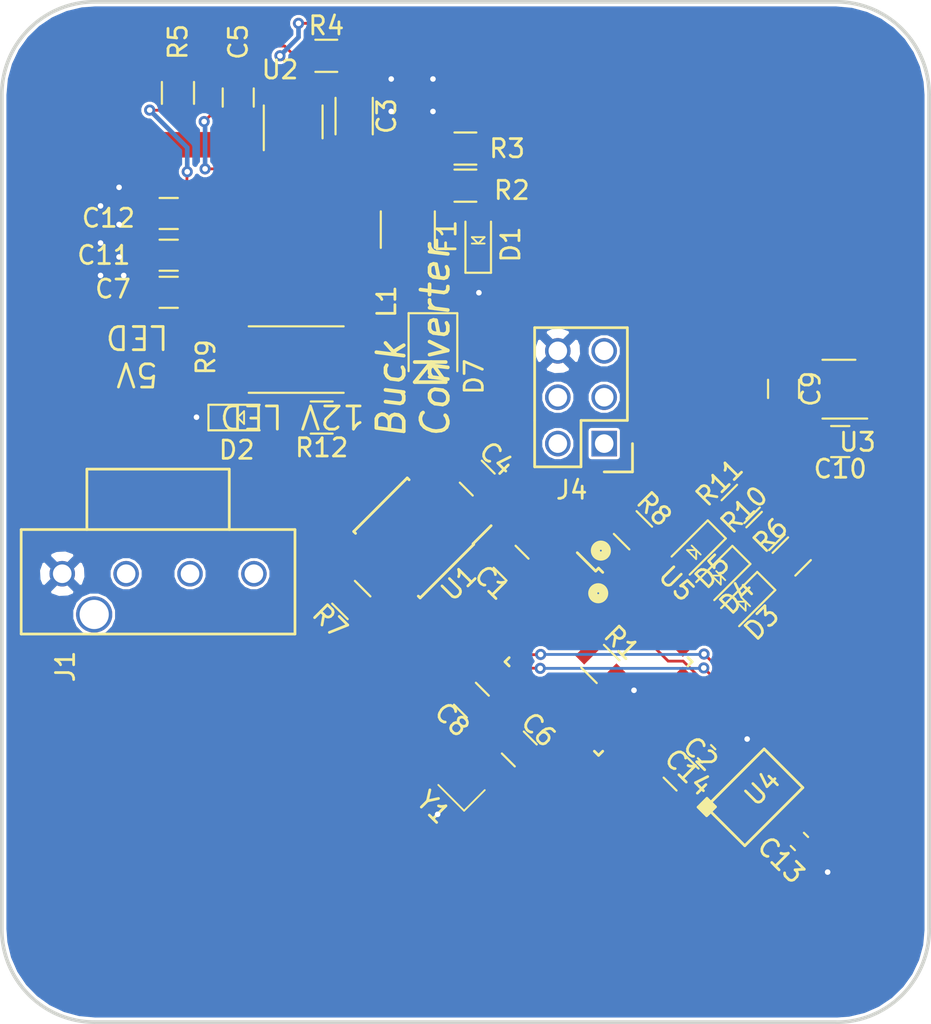
<source format=kicad_pcb>
(kicad_pcb (version 20171130) (host pcbnew 5.0.1-33cea8e~68~ubuntu18.04.1)

  (general
    (thickness 1.6)
    (drawings 11)
    (tracks 207)
    (zones 0)
    (modules 42)
    (nets 48)
  )

  (page A4)
  (layers
    (0 F.Cu signal)
    (31 B.Cu signal)
    (32 B.Adhes user)
    (33 F.Adhes user)
    (34 B.Paste user)
    (35 F.Paste user)
    (36 B.SilkS user)
    (37 F.SilkS user)
    (38 B.Mask user)
    (39 F.Mask user)
    (40 Dwgs.User user)
    (41 Cmts.User user)
    (42 Eco1.User user)
    (43 Eco2.User user)
    (44 Edge.Cuts user)
    (45 Margin user)
    (46 B.CrtYd user)
    (47 F.CrtYd user)
    (48 B.Fab user)
    (49 F.Fab user)
  )

  (setup
    (last_trace_width 0.254)
    (user_trace_width 0.1524)
    (user_trace_width 0.254)
    (user_trace_width 0.508)
    (user_trace_width 0.762)
    (user_trace_width 0.8)
    (user_trace_width 1.016)
    (trace_clearance 0.1524)
    (zone_clearance 0.1524)
    (zone_45_only no)
    (trace_min 0.1524)
    (segment_width 0.2)
    (edge_width 0.2)
    (via_size 0.6096)
    (via_drill 0.3048)
    (via_min_size 0.4)
    (via_min_drill 0.3)
    (uvia_size 0.3)
    (uvia_drill 0.1)
    (uvias_allowed no)
    (uvia_min_size 0)
    (uvia_min_drill 0)
    (pcb_text_width 0.3)
    (pcb_text_size 1.5 1.5)
    (mod_edge_width 0.15)
    (mod_text_size 1 1)
    (mod_text_width 0.15)
    (pad_size 0.875 0.95)
    (pad_drill 0)
    (pad_to_mask_clearance 0.2)
    (solder_mask_min_width 0.25)
    (aux_axis_origin 0 0)
    (visible_elements FFFFE77F)
    (pcbplotparams
      (layerselection 0x010fc_ffffffff)
      (usegerberextensions true)
      (usegerberattributes false)
      (usegerberadvancedattributes false)
      (creategerberjobfile false)
      (excludeedgelayer true)
      (linewidth 0.100000)
      (plotframeref false)
      (viasonmask false)
      (mode 1)
      (useauxorigin false)
      (hpglpennumber 1)
      (hpglpenspeed 20)
      (hpglpendiameter 15.000000)
      (psnegative false)
      (psa4output false)
      (plotreference true)
      (plotvalue true)
      (plotinvisibletext false)
      (padsonsilk false)
      (subtractmaskfromsilk false)
      (outputformat 1)
      (mirror false)
      (drillshape 0)
      (scaleselection 1)
      (outputdirectory "Gerb/"))
  )

  (net 0 "")
  (net 1 GND)
  (net 2 VCC)
  (net 3 "Net-(D2-Pad2)")
  (net 4 /MISO)
  (net 5 /RXCAN)
  (net 6 /SCK)
  (net 7 /12V_Fused)
  (net 8 "Net-(C5-Pad1)")
  (net 9 "Net-(C5-Pad2)")
  (net 10 "Net-(C11-Pad1)")
  (net 11 "Net-(D1-Pad2)")
  (net 12 "Net-(R3-Pad2)")
  (net 13 "Net-(R4-Pad1)")
  (net 14 /12V)
  (net 15 "Net-(C2-Pad1)")
  (net 16 "Net-(C6-Pad1)")
  (net 17 "Net-(C8-Pad1)")
  (net 18 /3.3V)
  (net 19 /PLED1)
  (net 20 "Net-(D3-Pad1)")
  (net 21 "Net-(D4-Pad1)")
  (net 22 /PLED2)
  (net 23 /PLED3)
  (net 24 "Net-(D5-Pad1)")
  (net 25 /CANL)
  (net 26 /CANH)
  (net 27 /MOSI)
  (net 28 /RESET)
  (net 29 /TXCAN)
  (net 30 "Net-(U1-Pad5)")
  (net 31 "Net-(U5-Pad3)")
  (net 32 /MISO2)
  (net 33 /MOSI2)
  (net 34 "Net-(U5-Pad13)")
  (net 35 "Net-(U5-Pad14)")
  (net 36 "Net-(U5-Pad15)")
  (net 37 /CS_ACCEL)
  (net 38 /INT1)
  (net 39 /INT2)
  (net 40 "Net-(U5-Pad21)")
  (net 41 /INT3)
  (net 42 /CS_GYRO)
  (net 43 /INT4)
  (net 44 /SCK2)
  (net 45 "Net-(U5-Pad29)")
  (net 46 "Net-(U5-Pad30)")
  (net 47 "Net-(U5-Pad32)")

  (net_class Default "This is the default net class."
    (clearance 0.1524)
    (trace_width 0.254)
    (via_dia 0.6096)
    (via_drill 0.3048)
    (uvia_dia 0.3)
    (uvia_drill 0.1)
    (add_net /12V)
    (add_net /12V_Fused)
    (add_net /3.3V)
    (add_net /CANH)
    (add_net /CANL)
    (add_net /CS_ACCEL)
    (add_net /CS_GYRO)
    (add_net /INT1)
    (add_net /INT2)
    (add_net /INT3)
    (add_net /INT4)
    (add_net /MISO)
    (add_net /MISO2)
    (add_net /MOSI)
    (add_net /MOSI2)
    (add_net /PLED1)
    (add_net /PLED2)
    (add_net /PLED3)
    (add_net /RESET)
    (add_net /RXCAN)
    (add_net /SCK)
    (add_net /SCK2)
    (add_net /TXCAN)
    (add_net GND)
    (add_net "Net-(C11-Pad1)")
    (add_net "Net-(C2-Pad1)")
    (add_net "Net-(C5-Pad1)")
    (add_net "Net-(C5-Pad2)")
    (add_net "Net-(C6-Pad1)")
    (add_net "Net-(C8-Pad1)")
    (add_net "Net-(D1-Pad2)")
    (add_net "Net-(D2-Pad2)")
    (add_net "Net-(D3-Pad1)")
    (add_net "Net-(D4-Pad1)")
    (add_net "Net-(D5-Pad1)")
    (add_net "Net-(R3-Pad2)")
    (add_net "Net-(R4-Pad1)")
    (add_net "Net-(U1-Pad5)")
    (add_net "Net-(U5-Pad13)")
    (add_net "Net-(U5-Pad14)")
    (add_net "Net-(U5-Pad15)")
    (add_net "Net-(U5-Pad21)")
    (add_net "Net-(U5-Pad29)")
    (add_net "Net-(U5-Pad3)")
    (add_net "Net-(U5-Pad30)")
    (add_net "Net-(U5-Pad32)")
    (add_net VCC)
  )

  (module footprints:Pin_Header_Straight_2x03 (layer F.Cu) (tedit 5BB5911C) (tstamp 5C08AAC4)
    (at 148.56968 95.31604 180)
    (descr "Through hole pin header")
    (tags "pin header")
    (path /59E10F9E)
    (fp_text reference J4 (at 1.778 -2.54 180) (layer F.SilkS)
      (effects (font (size 1 1) (thickness 0.15)))
    )
    (fp_text value CONN_02X03 (at 1.27 7.874 180) (layer F.Fab) hide
      (effects (font (size 1 1) (thickness 0.15)))
    )
    (fp_line (start -1.27 1.27) (end -1.27 6.35) (layer F.SilkS) (width 0.15))
    (fp_line (start -1.55 -1.55) (end 0 -1.55) (layer F.SilkS) (width 0.15))
    (fp_line (start -1.75 -1.75) (end -1.75 6.85) (layer F.CrtYd) (width 0.05))
    (fp_line (start 4.3 -1.75) (end 4.3 6.85) (layer F.CrtYd) (width 0.05))
    (fp_line (start -1.75 -1.75) (end 4.3 -1.75) (layer F.CrtYd) (width 0.05))
    (fp_line (start -1.75 6.85) (end 4.3 6.85) (layer F.CrtYd) (width 0.05))
    (fp_line (start 1.27 -1.27) (end 1.27 1.27) (layer F.SilkS) (width 0.15))
    (fp_line (start 1.27 1.27) (end -1.27 1.27) (layer F.SilkS) (width 0.15))
    (fp_line (start -1.27 6.35) (end 3.81 6.35) (layer F.SilkS) (width 0.15))
    (fp_line (start 3.81 6.35) (end 3.81 1.27) (layer F.SilkS) (width 0.15))
    (fp_line (start -1.55 -1.55) (end -1.55 0) (layer F.SilkS) (width 0.15))
    (fp_line (start 3.81 -1.27) (end 1.27 -1.27) (layer F.SilkS) (width 0.15))
    (fp_line (start 3.81 1.27) (end 3.81 -1.27) (layer F.SilkS) (width 0.15))
    (pad 1 thru_hole rect (at 0 0 180) (size 1.4 1.4) (drill 1.016) (layers *.Cu *.Mask)
      (net 4 /MISO))
    (pad 2 thru_hole circle (at 2.54 0 180) (size 1.4 1.4) (drill 1.016) (layers *.Cu *.Mask)
      (net 2 VCC))
    (pad 3 thru_hole circle (at 0 2.54 180) (size 1.4 1.4) (drill 1.016) (layers *.Cu *.Mask)
      (net 6 /SCK))
    (pad 4 thru_hole circle (at 2.54 2.54 180) (size 1.4 1.4) (drill 1.016) (layers *.Cu *.Mask)
      (net 27 /MOSI))
    (pad 5 thru_hole circle (at 0 5.08 180) (size 1.4 1.4) (drill 1.016) (layers *.Cu *.Mask)
      (net 28 /RESET))
    (pad 6 thru_hole circle (at 2.54 5.08 180) (size 1.4 1.4) (drill 1.016) (layers *.Cu *.Mask)
      (net 1 GND))
    (model Pin_Headers.3dshapes/Pin_Header_Straight_2x03.wrl
      (offset (xyz 1.269999980926514 -2.539999961853027 0))
      (scale (xyz 1 1 1))
      (rotate (xyz 0 0 90))
    )
  )

  (module footprints:Ultrafit_4 (layer F.Cu) (tedit 59F24F6F) (tstamp 5C08AAAD)
    (at 124.1298 102.44328 270)
    (path /5BDEC4A6)
    (fp_text reference J1 (at 5.08 5.08 270) (layer F.SilkS)
      (effects (font (size 1 1) (thickness 0.15)))
    )
    (fp_text value UF_4_VT (at 4.572 0.508) (layer F.Fab) hide
      (effects (font (size 1 1) (thickness 0.15)))
    )
    (fp_line (start -5.588 -3.81) (end -2.54 -3.81) (layer F.Fab) (width 0.15))
    (fp_line (start -2.54 -3.81) (end -2.54 3.81) (layer F.Fab) (width 0.15))
    (fp_line (start -2.54 3.81) (end -5.588 3.81) (layer F.Fab) (width 0.15))
    (fp_line (start -5.588 3.81) (end -5.588 -3.81) (layer F.Fab) (width 0.15))
    (fp_text user "6.55mm Clearance" (at -4.07 0) (layer F.Fab)
      (effects (font (size 0.5 0.5) (thickness 0.08)))
    )
    (fp_line (start -2.42 -3.9) (end -5.73 -3.9) (layer F.SilkS) (width 0.15))
    (fp_line (start -5.73 -3.9) (end -5.73 3.9) (layer F.SilkS) (width 0.15))
    (fp_line (start -5.73 3.9) (end -2.42 3.9) (layer F.SilkS) (width 0.15))
    (fp_line (start -2.42 7.5) (end 3.302 7.5) (layer F.SilkS) (width 0.15))
    (fp_line (start -2.42 -7.5) (end 3.302 -7.5) (layer F.SilkS) (width 0.15))
    (fp_line (start -2.42 7.5) (end -2.42 -7.5) (layer F.SilkS) (width 0.15))
    (fp_line (start 3.302 7.5) (end 3.302 -7.5) (layer F.SilkS) (width 0.15))
    (pad 2 thru_hole circle (at 0 1.75 270) (size 1.397 1.397) (drill 1.02) (layers *.Cu *.Mask)
      (net 14 /12V))
    (pad 1 thru_hole circle (at 0 5.25 270) (size 1.397 1.397) (drill 1.02) (layers *.Cu *.Mask)
      (net 1 GND))
    (pad "" thru_hole circle (at 2.23 3.5 270) (size 1.981 1.981) (drill 1.6) (layers *.Cu *.Mask))
    (pad 3 thru_hole circle (at 0 -1.75 90) (size 1.397 1.397) (drill 1.02) (layers *.Cu *.Mask)
      (net 26 /CANH))
    (pad 4 thru_hole circle (at 0 -5.25 90) (size 1.397 1.397) (drill 1.02) (layers *.Cu *.Mask)
      (net 25 /CANL))
  )

  (module footprints:R_0805_OEM (layer F.Cu) (tedit 5B8D4D25) (tstamp 5B717343)
    (at 140.967141 81.188154)
    (descr "Resistor SMD 0805, reflow soldering, Vishay (see dcrcw.pdf)")
    (tags "resistor 0805")
    (path /59E0432B)
    (attr smd)
    (fp_text reference R2 (at 2.54 0.254) (layer F.SilkS)
      (effects (font (size 1 1) (thickness 0.15)))
    )
    (fp_text value R_1k (at 0 1.75) (layer F.Fab) hide
      (effects (font (size 1 1) (thickness 0.15)))
    )
    (fp_line (start -1 0.62) (end -1 -0.62) (layer F.Fab) (width 0.1))
    (fp_line (start 1 0.62) (end -1 0.62) (layer F.Fab) (width 0.1))
    (fp_line (start 1 -0.62) (end 1 0.62) (layer F.Fab) (width 0.1))
    (fp_line (start -1 -0.62) (end 1 -0.62) (layer F.Fab) (width 0.1))
    (fp_line (start 0.6 0.88) (end -0.6 0.88) (layer F.SilkS) (width 0.12))
    (fp_line (start -0.6 -0.88) (end 0.6 -0.88) (layer F.SilkS) (width 0.12))
    (fp_line (start -1.55 -0.9) (end 1.55 -0.9) (layer F.CrtYd) (width 0.05))
    (fp_line (start -1.55 -0.9) (end -1.55 0.9) (layer F.CrtYd) (width 0.05))
    (fp_line (start 1.55 0.9) (end 1.55 -0.9) (layer F.CrtYd) (width 0.05))
    (fp_line (start 1.55 0.9) (end -1.55 0.9) (layer F.CrtYd) (width 0.05))
    (pad 1 smd rect (at -0.95 0) (size 0.7 1.3) (layers F.Cu F.Paste F.Mask)
      (net 7 /12V_Fused))
    (pad 2 smd rect (at 0.95 0) (size 0.7 1.3) (layers F.Cu F.Paste F.Mask)
      (net 11 "Net-(D1-Pad2)"))
    (model "/home/josh/Formula/OEM_Preferred_Parts/3DModels/WRL Files/res0805.wrl"
      (at (xyz 0 0 0))
      (scale (xyz 1 1 1))
      (rotate (xyz 0 0 0))
    )
  )

  (module footprints:4.7uH_Inductor_OEM (layer F.Cu) (tedit 5B8C0445) (tstamp 5B71730C)
    (at 131.505641 84.299654 270)
    (path /59E04875)
    (fp_text reference L1 (at 3.2385 -5.1435 270) (layer F.SilkS)
      (effects (font (size 1 1) (thickness 0.15)))
    )
    (fp_text value L_4.7uH (at 0 -5.08 270) (layer F.Fab) hide
      (effects (font (size 1 1) (thickness 0.15)))
    )
    (pad 1 smd rect (at -2.35 0 270) (size 3.3 8.2) (layers F.Cu F.Paste F.Mask)
      (net 9 "Net-(C5-Pad2)"))
    (pad 2 smd rect (at 2.35 0 270) (size 3.3 8.2) (layers F.Cu F.Paste F.Mask)
      (net 10 "Net-(C11-Pad1)"))
  )

  (module footprints:Fuse_1210 (layer F.Cu) (tedit 5B8D4D2C) (tstamp 5B7172CD)
    (at 137.811641 83.595654 90)
    (descr "Resistor SMD 1210, reflow soldering, Vishay (see dcrcw.pdf)")
    (tags "resistor 1210")
    (path /59E0A5CF)
    (attr smd)
    (fp_text reference F1 (at -0.3865 2.1395 -90) (layer F.SilkS)
      (effects (font (size 1 1) (thickness 0.15)))
    )
    (fp_text value 500mA (at 0 2.4 90) (layer F.Fab) hide
      (effects (font (size 1 1) (thickness 0.15)))
    )
    (fp_line (start -1.6 1.25) (end -1.6 -1.25) (layer F.Fab) (width 0.1))
    (fp_line (start 1.6 1.25) (end -1.6 1.25) (layer F.Fab) (width 0.1))
    (fp_line (start 1.6 -1.25) (end 1.6 1.25) (layer F.Fab) (width 0.1))
    (fp_line (start -1.6 -1.25) (end 1.6 -1.25) (layer F.Fab) (width 0.1))
    (fp_line (start 1 1.48) (end -1 1.48) (layer F.SilkS) (width 0.12))
    (fp_line (start -1 -1.48) (end 1 -1.48) (layer F.SilkS) (width 0.12))
    (fp_line (start -2.15 -1.5) (end 2.15 -1.5) (layer F.CrtYd) (width 0.05))
    (fp_line (start -2.15 -1.5) (end -2.15 1.5) (layer F.CrtYd) (width 0.05))
    (fp_line (start 2.15 1.5) (end 2.15 -1.5) (layer F.CrtYd) (width 0.05))
    (fp_line (start 2.15 1.5) (end -2.15 1.5) (layer F.CrtYd) (width 0.05))
    (pad 1 smd rect (at -1.45 0 90) (size 0.9 2.5) (layers F.Cu F.Paste F.Mask)
      (net 14 /12V))
    (pad 2 smd rect (at 1.45 0 90) (size 0.9 2.5) (layers F.Cu F.Paste F.Mask)
      (net 7 /12V_Fused))
    (model /home/josh/Formula/OEM_Preferred_Parts/3DModels/Fuse_1210_OEM/Fuse1210.wrl
      (at (xyz 0 0 0))
      (scale (xyz 1 1 1))
      (rotate (xyz 0 0 0))
    )
  )

  (module footprints:LED_0805_OEM (layer F.Cu) (tedit 5B8D4D19) (tstamp 5B717259)
    (at 128.691141 93.888154)
    (descr "LED 0805 smd package")
    (tags "LED led 0805 SMD smd SMT smt smdled SMDLED smtled SMTLED")
    (path /59E0483A)
    (attr smd)
    (fp_text reference D2 (at -0.254 1.778 -180) (layer F.SilkS)
      (effects (font (size 1 1) (thickness 0.15)))
    )
    (fp_text value LED_0805 (at 0.508 2.032) (layer F.Fab) hide
      (effects (font (size 1 1) (thickness 0.15)))
    )
    (fp_line (start -0.2 0.35) (end -0.2 0) (layer F.SilkS) (width 0.1))
    (fp_line (start -0.2 0) (end -0.2 -0.35) (layer F.SilkS) (width 0.1))
    (fp_line (start 0.15 0.35) (end -0.2 0) (layer F.SilkS) (width 0.1))
    (fp_line (start 0.15 0.3) (end 0.15 0.35) (layer F.SilkS) (width 0.1))
    (fp_line (start 0.15 0.35) (end 0.15 0.3) (layer F.SilkS) (width 0.1))
    (fp_line (start 0.15 -0.35) (end 0.15 0.3) (layer F.SilkS) (width 0.1))
    (fp_line (start 0.1 -0.3) (end 0.15 -0.35) (layer F.SilkS) (width 0.1))
    (fp_line (start -0.2 0) (end 0.1 -0.3) (layer F.SilkS) (width 0.1))
    (fp_line (start -1.8 -0.7) (end -1.8 0.7) (layer F.SilkS) (width 0.12))
    (fp_line (start 1 0.6) (end -1 0.6) (layer F.Fab) (width 0.1))
    (fp_line (start 1 -0.6) (end 1 0.6) (layer F.Fab) (width 0.1))
    (fp_line (start -1 -0.6) (end 1 -0.6) (layer F.Fab) (width 0.1))
    (fp_line (start -1 0.6) (end -1 -0.6) (layer F.Fab) (width 0.1))
    (fp_line (start -1.8 0.7) (end 1 0.7) (layer F.SilkS) (width 0.12))
    (fp_line (start -1.8 -0.7) (end 1 -0.7) (layer F.SilkS) (width 0.12))
    (fp_line (start 1.95 -0.85) (end 1.95 0.85) (layer F.CrtYd) (width 0.05))
    (fp_line (start 1.95 0.85) (end -1.95 0.85) (layer F.CrtYd) (width 0.05))
    (fp_line (start -1.95 0.85) (end -1.95 -0.85) (layer F.CrtYd) (width 0.05))
    (fp_line (start -1.95 -0.85) (end 1.95 -0.85) (layer F.CrtYd) (width 0.05))
    (pad 2 smd rect (at 1.1 0 180) (size 1.2 1.2) (layers F.Cu F.Paste F.Mask)
      (net 3 "Net-(D2-Pad2)"))
    (pad 1 smd rect (at -1.1 0 180) (size 1.2 1.2) (layers F.Cu F.Paste F.Mask)
      (net 1 GND))
    (model "/home/josh/Formula/OEM_Preferred_Parts/3DModels/LED_0805/LED 0805 Base GREEN001_sp.wrl"
      (at (xyz 0 0 0))
      (scale (xyz 1 1 1))
      (rotate (xyz 0 0 180))
    )
  )

  (module footprints:R_2512_OEM (layer F.Cu) (tedit 5B8D4D11) (tstamp 5B8BED94)
    (at 131.696141 90.713154 180)
    (descr "Resistor SMD 2512, reflow soldering, Vishay (see dcrcw.pdf)")
    (tags "resistor 2512")
    (path /59E0444E)
    (attr smd)
    (fp_text reference R9 (at 4.953 0.127 270) (layer F.SilkS)
      (effects (font (size 1 1) (thickness 0.15)))
    )
    (fp_text value R_0_Jumper (at 0 2.75 180) (layer F.Fab) hide
      (effects (font (size 1 1) (thickness 0.15)))
    )
    (fp_line (start -3.15 1.6) (end -3.15 -1.6) (layer F.Fab) (width 0.1))
    (fp_line (start 3.15 1.6) (end -3.15 1.6) (layer F.Fab) (width 0.1))
    (fp_line (start 3.15 -1.6) (end 3.15 1.6) (layer F.Fab) (width 0.1))
    (fp_line (start -3.15 -1.6) (end 3.15 -1.6) (layer F.Fab) (width 0.1))
    (fp_line (start 2.6 1.82) (end -2.6 1.82) (layer F.SilkS) (width 0.12))
    (fp_line (start -2.6 -1.82) (end 2.6 -1.82) (layer F.SilkS) (width 0.12))
    (fp_line (start -3.85 -1.85) (end 3.85 -1.85) (layer F.CrtYd) (width 0.05))
    (fp_line (start -3.85 -1.85) (end -3.85 1.85) (layer F.CrtYd) (width 0.05))
    (fp_line (start 3.85 1.85) (end 3.85 -1.85) (layer F.CrtYd) (width 0.05))
    (fp_line (start 3.85 1.85) (end -3.85 1.85) (layer F.CrtYd) (width 0.05))
    (pad 1 smd rect (at -3.1 0 180) (size 1 3.2) (layers F.Cu F.Paste F.Mask)
      (net 2 VCC))
    (pad 2 smd rect (at 3.1 0 180) (size 1 3.2) (layers F.Cu F.Paste F.Mask)
      (net 10 "Net-(C11-Pad1)"))
    (model ${KISYS3DMOD}/Resistors_SMD.3dshapes/R_2512.wrl
      (at (xyz 0 0 0))
      (scale (xyz 1 1 1))
      (rotate (xyz 0 0 0))
    )
  )

  (module footprints:C_0805_OEM (layer F.Cu) (tedit 5B8C043E) (tstamp 5B8BECC9)
    (at 124.711141 87.030154 180)
    (descr "Capacitor SMD 0805, reflow soldering, AVX (see smccp.pdf)")
    (tags "capacitor 0805")
    (path /59E0494E)
    (attr smd)
    (fp_text reference C7 (at 3.052 0.183 180) (layer F.SilkS)
      (effects (font (size 1 1) (thickness 0.15)))
    )
    (fp_text value C_47uF (at 0 1.75 180) (layer F.Fab) hide
      (effects (font (size 1 1) (thickness 0.15)))
    )
    (fp_line (start -1 0.62) (end -1 -0.62) (layer F.Fab) (width 0.1))
    (fp_line (start 1 0.62) (end -1 0.62) (layer F.Fab) (width 0.1))
    (fp_line (start 1 -0.62) (end 1 0.62) (layer F.Fab) (width 0.1))
    (fp_line (start -1 -0.62) (end 1 -0.62) (layer F.Fab) (width 0.1))
    (fp_line (start 0.5 -0.85) (end -0.5 -0.85) (layer F.SilkS) (width 0.12))
    (fp_line (start -0.5 0.85) (end 0.5 0.85) (layer F.SilkS) (width 0.12))
    (fp_line (start -1.75 -0.88) (end 1.75 -0.88) (layer F.CrtYd) (width 0.05))
    (fp_line (start -1.75 -0.88) (end -1.75 0.87) (layer F.CrtYd) (width 0.05))
    (fp_line (start 1.75 0.87) (end 1.75 -0.88) (layer F.CrtYd) (width 0.05))
    (fp_line (start 1.75 0.87) (end -1.75 0.87) (layer F.CrtYd) (width 0.05))
    (pad 1 smd rect (at -1 0 180) (size 1 1.25) (layers F.Cu F.Paste F.Mask)
      (net 10 "Net-(C11-Pad1)"))
    (pad 2 smd rect (at 1 0 180) (size 1 1.25) (layers F.Cu F.Paste F.Mask)
      (net 1 GND))
    (model /home/josh/Formula/OEM_Preferred_Parts/3DModels/C_0805_OEM/C_0805.wrl
      (at (xyz 0 0 0))
      (scale (xyz 1 1 1))
      (rotate (xyz 0 0 0))
    )
  )

  (module footprints:SOT-23-6_OEM (layer F.Cu) (tedit 5B8D4D41) (tstamp 5B71743C)
    (at 131.531041 77.695654 90)
    (descr "6-pin SOT-23 package")
    (tags SOT-23-6)
    (path /59E04993)
    (attr smd)
    (fp_text reference U2 (at 2.8575 -0.7239 -180) (layer F.SilkS)
      (effects (font (size 1 1) (thickness 0.15)))
    )
    (fp_text value TPS561201 (at 0 2.9 90) (layer F.Fab) hide
      (effects (font (size 1 1) (thickness 0.15)))
    )
    (fp_line (start -0.9 1.61) (end 0.9 1.61) (layer F.SilkS) (width 0.12))
    (fp_line (start 0.9 -1.61) (end -1.55 -1.61) (layer F.SilkS) (width 0.12))
    (fp_line (start 1.9 -1.8) (end -1.9 -1.8) (layer F.CrtYd) (width 0.05))
    (fp_line (start 1.9 1.8) (end 1.9 -1.8) (layer F.CrtYd) (width 0.05))
    (fp_line (start -1.9 1.8) (end 1.9 1.8) (layer F.CrtYd) (width 0.05))
    (fp_line (start -1.9 -1.8) (end -1.9 1.8) (layer F.CrtYd) (width 0.05))
    (fp_line (start -0.9 -0.9) (end -0.25 -1.55) (layer F.Fab) (width 0.1))
    (fp_line (start 0.9 -1.55) (end -0.25 -1.55) (layer F.Fab) (width 0.1))
    (fp_line (start -0.9 -0.9) (end -0.9 1.55) (layer F.Fab) (width 0.1))
    (fp_line (start 0.9 1.55) (end -0.9 1.55) (layer F.Fab) (width 0.1))
    (fp_line (start 0.9 -1.55) (end 0.9 1.55) (layer F.Fab) (width 0.1))
    (pad 1 smd rect (at -1.1 -0.95 90) (size 1.06 0.65) (layers F.Cu F.Paste F.Mask)
      (net 1 GND))
    (pad 2 smd rect (at -1.1 0 90) (size 1.06 0.65) (layers F.Cu F.Paste F.Mask)
      (net 9 "Net-(C5-Pad2)"))
    (pad 3 smd rect (at -1.1 0.95 90) (size 1.06 0.65) (layers F.Cu F.Paste F.Mask)
      (net 7 /12V_Fused))
    (pad 4 smd rect (at 1.1 0.95 90) (size 1.06 0.65) (layers F.Cu F.Paste F.Mask)
      (net 13 "Net-(R4-Pad1)"))
    (pad 6 smd rect (at 1.1 -0.95 90) (size 1.06 0.65) (layers F.Cu F.Paste F.Mask)
      (net 8 "Net-(C5-Pad1)"))
    (pad 5 smd rect (at 1.1 0 90) (size 1.06 0.65) (layers F.Cu F.Paste F.Mask)
      (net 12 "Net-(R3-Pad2)"))
    (model ${KISYS3DMOD}/TO_SOT_Packages_SMD.3dshapes/SOT-23-6.wrl
      (at (xyz 0 0 0))
      (scale (xyz 1 1 1))
      (rotate (xyz 0 0 0))
    )
  )

  (module footprints:C_1206_OEM (layer F.Cu) (tedit 5B8D4D32) (tstamp 5B8BECBA)
    (at 134.871141 77.378154 90)
    (descr "Capacitor SMD 1206, reflow soldering, AVX (see smccp.pdf)")
    (tags "capacitor 1206")
    (path /59E04907)
    (attr smd)
    (fp_text reference C3 (at 0 1.778 90) (layer F.SilkS)
      (effects (font (size 1 1) (thickness 0.15)))
    )
    (fp_text value C_22uF (at 0 2 90) (layer F.Fab) hide
      (effects (font (size 1 1) (thickness 0.15)))
    )
    (fp_line (start -1.6 0.8) (end -1.6 -0.8) (layer F.Fab) (width 0.1))
    (fp_line (start 1.6 0.8) (end -1.6 0.8) (layer F.Fab) (width 0.1))
    (fp_line (start 1.6 -0.8) (end 1.6 0.8) (layer F.Fab) (width 0.1))
    (fp_line (start -1.6 -0.8) (end 1.6 -0.8) (layer F.Fab) (width 0.1))
    (fp_line (start 1 -1.02) (end -1 -1.02) (layer F.SilkS) (width 0.12))
    (fp_line (start -1 1.02) (end 1 1.02) (layer F.SilkS) (width 0.12))
    (fp_line (start -2.25 -1.05) (end 2.25 -1.05) (layer F.CrtYd) (width 0.05))
    (fp_line (start -2.25 -1.05) (end -2.25 1.05) (layer F.CrtYd) (width 0.05))
    (fp_line (start 2.25 1.05) (end 2.25 -1.05) (layer F.CrtYd) (width 0.05))
    (fp_line (start 2.25 1.05) (end -2.25 1.05) (layer F.CrtYd) (width 0.05))
    (pad 1 smd rect (at -1.5 0 90) (size 1 1.6) (layers F.Cu F.Paste F.Mask)
      (net 7 /12V_Fused))
    (pad 2 smd rect (at 1.5 0 90) (size 1 1.6) (layers F.Cu F.Paste F.Mask)
      (net 1 GND))
    (model Capacitors_SMD.3dshapes/C_1206.wrl
      (at (xyz 0 0 0))
      (scale (xyz 1 1 1))
      (rotate (xyz 0 0 0))
    )
  )

  (module footprints:R_0805_OEM (layer F.Cu) (tedit 59F25131) (tstamp 5B7173E3)
    (at 133.093141 93.888154 180)
    (descr "Resistor SMD 0805, reflow soldering, Vishay (see dcrcw.pdf)")
    (tags "resistor 0805")
    (path /59E04401)
    (attr smd)
    (fp_text reference R12 (at 0 -1.65 180) (layer F.SilkS)
      (effects (font (size 1 1) (thickness 0.15)))
    )
    (fp_text value R_200 (at 0 1.75 180) (layer F.Fab) hide
      (effects (font (size 1 1) (thickness 0.15)))
    )
    (fp_line (start -1 0.62) (end -1 -0.62) (layer F.Fab) (width 0.1))
    (fp_line (start 1 0.62) (end -1 0.62) (layer F.Fab) (width 0.1))
    (fp_line (start 1 -0.62) (end 1 0.62) (layer F.Fab) (width 0.1))
    (fp_line (start -1 -0.62) (end 1 -0.62) (layer F.Fab) (width 0.1))
    (fp_line (start 0.6 0.88) (end -0.6 0.88) (layer F.SilkS) (width 0.12))
    (fp_line (start -0.6 -0.88) (end 0.6 -0.88) (layer F.SilkS) (width 0.12))
    (fp_line (start -1.55 -0.9) (end 1.55 -0.9) (layer F.CrtYd) (width 0.05))
    (fp_line (start -1.55 -0.9) (end -1.55 0.9) (layer F.CrtYd) (width 0.05))
    (fp_line (start 1.55 0.9) (end 1.55 -0.9) (layer F.CrtYd) (width 0.05))
    (fp_line (start 1.55 0.9) (end -1.55 0.9) (layer F.CrtYd) (width 0.05))
    (pad 1 smd rect (at -0.95 0 180) (size 0.7 1.3) (layers F.Cu F.Paste F.Mask)
      (net 2 VCC))
    (pad 2 smd rect (at 0.95 0 180) (size 0.7 1.3) (layers F.Cu F.Paste F.Mask)
      (net 3 "Net-(D2-Pad2)"))
    (model "/home/josh/Formula/OEM_Preferred_Parts/3DModels/WRL Files/res0805.wrl"
      (at (xyz 0 0 0))
      (scale (xyz 1 1 1))
      (rotate (xyz 0 0 0))
    )
  )

  (module footprints:R_0805_OEM (layer F.Cu) (tedit 59F25131) (tstamp 5B8BFC4E)
    (at 133.347141 74.076154)
    (descr "Resistor SMD 0805, reflow soldering, Vishay (see dcrcw.pdf)")
    (tags "resistor 0805")
    (path /59E042EA)
    (attr smd)
    (fp_text reference R4 (at 0 -1.65) (layer F.SilkS)
      (effects (font (size 1 1) (thickness 0.15)))
    )
    (fp_text value R_10k (at 0 1.75) (layer F.Fab) hide
      (effects (font (size 1 1) (thickness 0.15)))
    )
    (fp_line (start -1 0.62) (end -1 -0.62) (layer F.Fab) (width 0.1))
    (fp_line (start 1 0.62) (end -1 0.62) (layer F.Fab) (width 0.1))
    (fp_line (start 1 -0.62) (end 1 0.62) (layer F.Fab) (width 0.1))
    (fp_line (start -1 -0.62) (end 1 -0.62) (layer F.Fab) (width 0.1))
    (fp_line (start 0.6 0.88) (end -0.6 0.88) (layer F.SilkS) (width 0.12))
    (fp_line (start -0.6 -0.88) (end 0.6 -0.88) (layer F.SilkS) (width 0.12))
    (fp_line (start -1.55 -0.9) (end 1.55 -0.9) (layer F.CrtYd) (width 0.05))
    (fp_line (start -1.55 -0.9) (end -1.55 0.9) (layer F.CrtYd) (width 0.05))
    (fp_line (start 1.55 0.9) (end 1.55 -0.9) (layer F.CrtYd) (width 0.05))
    (fp_line (start 1.55 0.9) (end -1.55 0.9) (layer F.CrtYd) (width 0.05))
    (pad 1 smd rect (at -0.95 0) (size 0.7 1.3) (layers F.Cu F.Paste F.Mask)
      (net 13 "Net-(R4-Pad1)"))
    (pad 2 smd rect (at 0.95 0) (size 0.7 1.3) (layers F.Cu F.Paste F.Mask)
      (net 1 GND))
    (model "/home/josh/Formula/OEM_Preferred_Parts/3DModels/WRL Files/res0805.wrl"
      (at (xyz 0 0 0))
      (scale (xyz 1 1 1))
      (rotate (xyz 0 0 0))
    )
  )

  (module footprints:R_0805_OEM (layer F.Cu) (tedit 5B8D4D48) (tstamp 5B8BFC5E)
    (at 125.219141 76.108154 270)
    (descr "Resistor SMD 0805, reflow soldering, Vishay (see dcrcw.pdf)")
    (tags "resistor 0805")
    (path /59E0438C)
    (attr smd)
    (fp_text reference R5 (at -2.794 0 270) (layer F.SilkS)
      (effects (font (size 1 1) (thickness 0.15)))
    )
    (fp_text value R_51.1k (at 0 1.75 270) (layer F.Fab) hide
      (effects (font (size 1 1) (thickness 0.15)))
    )
    (fp_line (start -1 0.62) (end -1 -0.62) (layer F.Fab) (width 0.1))
    (fp_line (start 1 0.62) (end -1 0.62) (layer F.Fab) (width 0.1))
    (fp_line (start 1 -0.62) (end 1 0.62) (layer F.Fab) (width 0.1))
    (fp_line (start -1 -0.62) (end 1 -0.62) (layer F.Fab) (width 0.1))
    (fp_line (start 0.6 0.88) (end -0.6 0.88) (layer F.SilkS) (width 0.12))
    (fp_line (start -0.6 -0.88) (end 0.6 -0.88) (layer F.SilkS) (width 0.12))
    (fp_line (start -1.55 -0.9) (end 1.55 -0.9) (layer F.CrtYd) (width 0.05))
    (fp_line (start -1.55 -0.9) (end -1.55 0.9) (layer F.CrtYd) (width 0.05))
    (fp_line (start 1.55 0.9) (end 1.55 -0.9) (layer F.CrtYd) (width 0.05))
    (fp_line (start 1.55 0.9) (end -1.55 0.9) (layer F.CrtYd) (width 0.05))
    (pad 1 smd rect (at -0.95 0 270) (size 0.7 1.3) (layers F.Cu F.Paste F.Mask)
      (net 13 "Net-(R4-Pad1)"))
    (pad 2 smd rect (at 0.95 0 270) (size 0.7 1.3) (layers F.Cu F.Paste F.Mask)
      (net 10 "Net-(C11-Pad1)"))
    (model "/home/josh/Formula/OEM_Preferred_Parts/3DModels/WRL Files/res0805.wrl"
      (at (xyz 0 0 0))
      (scale (xyz 1 1 1))
      (rotate (xyz 0 0 0))
    )
  )

  (module footprints:C_0805_OEM (layer F.Cu) (tedit 5B8C043A) (tstamp 5B7171DB)
    (at 124.711141 82.712154 180)
    (descr "Capacitor SMD 0805, reflow soldering, AVX (see smccp.pdf)")
    (tags "capacitor 0805")
    (path /5A79252F)
    (attr smd)
    (fp_text reference C12 (at 3.302 -0.254 180) (layer F.SilkS)
      (effects (font (size 1 1) (thickness 0.15)))
    )
    (fp_text value C_0.1uF (at 0 1.75 180) (layer F.Fab) hide
      (effects (font (size 1 1) (thickness 0.15)))
    )
    (fp_line (start -1 0.62) (end -1 -0.62) (layer F.Fab) (width 0.1))
    (fp_line (start 1 0.62) (end -1 0.62) (layer F.Fab) (width 0.1))
    (fp_line (start 1 -0.62) (end 1 0.62) (layer F.Fab) (width 0.1))
    (fp_line (start -1 -0.62) (end 1 -0.62) (layer F.Fab) (width 0.1))
    (fp_line (start 0.5 -0.85) (end -0.5 -0.85) (layer F.SilkS) (width 0.12))
    (fp_line (start -0.5 0.85) (end 0.5 0.85) (layer F.SilkS) (width 0.12))
    (fp_line (start -1.75 -0.88) (end 1.75 -0.88) (layer F.CrtYd) (width 0.05))
    (fp_line (start -1.75 -0.88) (end -1.75 0.87) (layer F.CrtYd) (width 0.05))
    (fp_line (start 1.75 0.87) (end 1.75 -0.88) (layer F.CrtYd) (width 0.05))
    (fp_line (start 1.75 0.87) (end -1.75 0.87) (layer F.CrtYd) (width 0.05))
    (pad 1 smd rect (at -1 0 180) (size 1 1.25) (layers F.Cu F.Paste F.Mask)
      (net 10 "Net-(C11-Pad1)"))
    (pad 2 smd rect (at 1 0 180) (size 1 1.25) (layers F.Cu F.Paste F.Mask)
      (net 1 GND))
    (model /home/josh/Formula/OEM_Preferred_Parts/3DModels/C_0805_OEM/C_0805.wrl
      (at (xyz 0 0 0))
      (scale (xyz 1 1 1))
      (rotate (xyz 0 0 0))
    )
  )

  (module footprints:C_0805_OEM (layer F.Cu) (tedit 5B8C0436) (tstamp 5B7171CB)
    (at 124.711141 84.998154 180)
    (descr "Capacitor SMD 0805, reflow soldering, AVX (see smccp.pdf)")
    (tags "capacitor 0805")
    (path /5A79269E)
    (attr smd)
    (fp_text reference C11 (at 3.556 0 180) (layer F.SilkS)
      (effects (font (size 1 1) (thickness 0.15)))
    )
    (fp_text value C_1uF (at 0 1.75 180) (layer F.Fab) hide
      (effects (font (size 1 1) (thickness 0.15)))
    )
    (fp_line (start -1 0.62) (end -1 -0.62) (layer F.Fab) (width 0.1))
    (fp_line (start 1 0.62) (end -1 0.62) (layer F.Fab) (width 0.1))
    (fp_line (start 1 -0.62) (end 1 0.62) (layer F.Fab) (width 0.1))
    (fp_line (start -1 -0.62) (end 1 -0.62) (layer F.Fab) (width 0.1))
    (fp_line (start 0.5 -0.85) (end -0.5 -0.85) (layer F.SilkS) (width 0.12))
    (fp_line (start -0.5 0.85) (end 0.5 0.85) (layer F.SilkS) (width 0.12))
    (fp_line (start -1.75 -0.88) (end 1.75 -0.88) (layer F.CrtYd) (width 0.05))
    (fp_line (start -1.75 -0.88) (end -1.75 0.87) (layer F.CrtYd) (width 0.05))
    (fp_line (start 1.75 0.87) (end 1.75 -0.88) (layer F.CrtYd) (width 0.05))
    (fp_line (start 1.75 0.87) (end -1.75 0.87) (layer F.CrtYd) (width 0.05))
    (pad 1 smd rect (at -1 0 180) (size 1 1.25) (layers F.Cu F.Paste F.Mask)
      (net 10 "Net-(C11-Pad1)"))
    (pad 2 smd rect (at 1 0 180) (size 1 1.25) (layers F.Cu F.Paste F.Mask)
      (net 1 GND))
    (model /home/josh/Formula/OEM_Preferred_Parts/3DModels/C_0805_OEM/C_0805.wrl
      (at (xyz 0 0 0))
      (scale (xyz 1 1 1))
      (rotate (xyz 0 0 0))
    )
  )

  (module footprints:C_0805_OEM (layer F.Cu) (tedit 5B8D4D44) (tstamp 5B71716B)
    (at 128.521141 76.362154 270)
    (descr "Capacitor SMD 0805, reflow soldering, AVX (see smccp.pdf)")
    (tags "capacitor 0805")
    (path /59E048C8)
    (attr smd)
    (fp_text reference C5 (at -3.048 0 270) (layer F.SilkS)
      (effects (font (size 1 1) (thickness 0.15)))
    )
    (fp_text value C_0.1uF (at 0 1.75 270) (layer F.Fab) hide
      (effects (font (size 1 1) (thickness 0.15)))
    )
    (fp_line (start -1 0.62) (end -1 -0.62) (layer F.Fab) (width 0.1))
    (fp_line (start 1 0.62) (end -1 0.62) (layer F.Fab) (width 0.1))
    (fp_line (start 1 -0.62) (end 1 0.62) (layer F.Fab) (width 0.1))
    (fp_line (start -1 -0.62) (end 1 -0.62) (layer F.Fab) (width 0.1))
    (fp_line (start 0.5 -0.85) (end -0.5 -0.85) (layer F.SilkS) (width 0.12))
    (fp_line (start -0.5 0.85) (end 0.5 0.85) (layer F.SilkS) (width 0.12))
    (fp_line (start -1.75 -0.88) (end 1.75 -0.88) (layer F.CrtYd) (width 0.05))
    (fp_line (start -1.75 -0.88) (end -1.75 0.87) (layer F.CrtYd) (width 0.05))
    (fp_line (start 1.75 0.87) (end 1.75 -0.88) (layer F.CrtYd) (width 0.05))
    (fp_line (start 1.75 0.87) (end -1.75 0.87) (layer F.CrtYd) (width 0.05))
    (pad 1 smd rect (at -1 0 270) (size 1 1.25) (layers F.Cu F.Paste F.Mask)
      (net 8 "Net-(C5-Pad1)"))
    (pad 2 smd rect (at 1 0 270) (size 1 1.25) (layers F.Cu F.Paste F.Mask)
      (net 9 "Net-(C5-Pad2)"))
    (model /home/josh/Formula/OEM_Preferred_Parts/3DModels/C_0805_OEM/C_0805.wrl
      (at (xyz 0 0 0))
      (scale (xyz 1 1 1))
      (rotate (xyz 0 0 0))
    )
  )

  (module footprints:LED_0805_OEM (layer F.Cu) (tedit 5B8D4D22) (tstamp 5B8BECF6)
    (at 141.667981 84.158794 90)
    (descr "LED 0805 smd package")
    (tags "LED led 0805 SMD smd SMT smt smdled SMDLED smtled SMTLED")
    (path /59E047E3)
    (attr smd)
    (fp_text reference D1 (at -0.254 1.778 90) (layer F.SilkS)
      (effects (font (size 1 1) (thickness 0.15)))
    )
    (fp_text value LED_0805 (at 0.508 2.032 90) (layer F.Fab) hide
      (effects (font (size 1 1) (thickness 0.15)))
    )
    (fp_line (start -0.2 0.35) (end -0.2 0) (layer F.SilkS) (width 0.1))
    (fp_line (start -0.2 0) (end -0.2 -0.35) (layer F.SilkS) (width 0.1))
    (fp_line (start 0.15 0.35) (end -0.2 0) (layer F.SilkS) (width 0.1))
    (fp_line (start 0.15 0.3) (end 0.15 0.35) (layer F.SilkS) (width 0.1))
    (fp_line (start 0.15 0.35) (end 0.15 0.3) (layer F.SilkS) (width 0.1))
    (fp_line (start 0.15 -0.35) (end 0.15 0.3) (layer F.SilkS) (width 0.1))
    (fp_line (start 0.1 -0.3) (end 0.15 -0.35) (layer F.SilkS) (width 0.1))
    (fp_line (start -0.2 0) (end 0.1 -0.3) (layer F.SilkS) (width 0.1))
    (fp_line (start -1.8 -0.7) (end -1.8 0.7) (layer F.SilkS) (width 0.12))
    (fp_line (start 1 0.6) (end -1 0.6) (layer F.Fab) (width 0.1))
    (fp_line (start 1 -0.6) (end 1 0.6) (layer F.Fab) (width 0.1))
    (fp_line (start -1 -0.6) (end 1 -0.6) (layer F.Fab) (width 0.1))
    (fp_line (start -1 0.6) (end -1 -0.6) (layer F.Fab) (width 0.1))
    (fp_line (start -1.8 0.7) (end 1 0.7) (layer F.SilkS) (width 0.12))
    (fp_line (start -1.8 -0.7) (end 1 -0.7) (layer F.SilkS) (width 0.12))
    (fp_line (start 1.95 -0.85) (end 1.95 0.85) (layer F.CrtYd) (width 0.05))
    (fp_line (start 1.95 0.85) (end -1.95 0.85) (layer F.CrtYd) (width 0.05))
    (fp_line (start -1.95 0.85) (end -1.95 -0.85) (layer F.CrtYd) (width 0.05))
    (fp_line (start -1.95 -0.85) (end 1.95 -0.85) (layer F.CrtYd) (width 0.05))
    (pad 2 smd rect (at 1.1 0 270) (size 1.2 1.2) (layers F.Cu F.Paste F.Mask)
      (net 11 "Net-(D1-Pad2)"))
    (pad 1 smd rect (at -1.1 0 270) (size 1.2 1.2) (layers F.Cu F.Paste F.Mask)
      (net 1 GND))
    (model "${LOCAL_DIR}/OEM_Preferred_Parts/3DModels/LED_0805/LED 0805 Base GREEN001_sp.wrl"
      (at (xyz 0 0 0))
      (scale (xyz 1 1 1))
      (rotate (xyz 0 0 180))
    )
  )

  (module footprints:DO-214AA (layer F.Cu) (tedit 5A59FDFB) (tstamp 5B8BED22)
    (at 139.189141 91.348154 270)
    (descr "http://www.diodes.com/datasheets/ap02001.pdf p.144")
    (tags "Diode SOD523")
    (path /59F253C2)
    (attr smd)
    (fp_text reference D7 (at 0.3 -2.25 270) (layer F.SilkS)
      (effects (font (size 1 1) (thickness 0.15)))
    )
    (fp_text value D_Zener_18V (at 0 2.286 270) (layer F.Fab) hide
      (effects (font (size 1 1) (thickness 0.15)))
    )
    (fp_line (start 0.6 1) (end -0.5 0.1) (layer F.SilkS) (width 0.2))
    (fp_line (start 0.6 -0.7) (end 0.6 1) (layer F.SilkS) (width 0.2))
    (fp_line (start -0.5 0.1) (end 0.6 -0.7) (layer F.SilkS) (width 0.2))
    (fp_line (start -0.5 -0.7) (end -0.5 1) (layer F.SilkS) (width 0.2))
    (fp_line (start -3.175 -1.3335) (end -3.175 1.3335) (layer F.SilkS) (width 0.12))
    (fp_line (start 3.302 -1.4605) (end 3.302 1.4605) (layer F.CrtYd) (width 0.05))
    (fp_line (start -3.302 -1.4605) (end 3.302 -1.4605) (layer F.CrtYd) (width 0.05))
    (fp_line (start -3.302 -1.4605) (end -3.302 1.4605) (layer F.CrtYd) (width 0.05))
    (fp_line (start -3.302 1.4605) (end 3.302 1.4605) (layer F.CrtYd) (width 0.05))
    (fp_line (start 2.3749 -1.9685) (end 2.3749 1.9685) (layer F.Fab) (width 0.1))
    (fp_line (start -2.3749 -1.9685) (end 2.3749 -1.9685) (layer F.Fab) (width 0.1))
    (fp_line (start -2.3749 -1.9685) (end -2.3749 1.9685) (layer F.Fab) (width 0.1))
    (fp_line (start 2.3749 1.9685) (end -2.3749 1.9685) (layer F.Fab) (width 0.1))
    (fp_line (start -3.175 1.3335) (end 0 1.3335) (layer F.SilkS) (width 0.12))
    (fp_line (start -3.175 -1.3335) (end 0 -1.3335) (layer F.SilkS) (width 0.12))
    (pad 2 smd rect (at 2.032 0 90) (size 1.778 2.159) (layers F.Cu F.Paste F.Mask)
      (net 1 GND))
    (pad 1 smd rect (at -2.032 0 90) (size 1.778 2.159) (layers F.Cu F.Paste F.Mask)
      (net 14 /12V))
    (model ${LOCAL_DIR}/OEM_Preferred_Parts/3DModels/DO_214AA_OEM/DO_214AA.wrl
      (at (xyz 0 0 0))
      (scale (xyz 1 1 1))
      (rotate (xyz 0 0 0))
    )
  )

  (module footprints:R_0805_OEM (layer F.Cu) (tedit 5B8D4D28) (tstamp 5B717353)
    (at 140.967141 79.156154)
    (descr "Resistor SMD 0805, reflow soldering, Vishay (see dcrcw.pdf)")
    (tags "resistor 0805")
    (path /59E042A3)
    (attr smd)
    (fp_text reference R3 (at 2.286 0 -180) (layer F.SilkS)
      (effects (font (size 1 1) (thickness 0.15)))
    )
    (fp_text value R_10k (at 0 1.75) (layer F.Fab) hide
      (effects (font (size 1 1) (thickness 0.15)))
    )
    (fp_line (start -1 0.62) (end -1 -0.62) (layer F.Fab) (width 0.1))
    (fp_line (start 1 0.62) (end -1 0.62) (layer F.Fab) (width 0.1))
    (fp_line (start 1 -0.62) (end 1 0.62) (layer F.Fab) (width 0.1))
    (fp_line (start -1 -0.62) (end 1 -0.62) (layer F.Fab) (width 0.1))
    (fp_line (start 0.6 0.88) (end -0.6 0.88) (layer F.SilkS) (width 0.12))
    (fp_line (start -0.6 -0.88) (end 0.6 -0.88) (layer F.SilkS) (width 0.12))
    (fp_line (start -1.55 -0.9) (end 1.55 -0.9) (layer F.CrtYd) (width 0.05))
    (fp_line (start -1.55 -0.9) (end -1.55 0.9) (layer F.CrtYd) (width 0.05))
    (fp_line (start 1.55 0.9) (end 1.55 -0.9) (layer F.CrtYd) (width 0.05))
    (fp_line (start 1.55 0.9) (end -1.55 0.9) (layer F.CrtYd) (width 0.05))
    (pad 1 smd rect (at -0.95 0) (size 0.7 1.3) (layers F.Cu F.Paste F.Mask)
      (net 7 /12V_Fused))
    (pad 2 smd rect (at 0.95 0) (size 0.7 1.3) (layers F.Cu F.Paste F.Mask)
      (net 12 "Net-(R3-Pad2)"))
    (model "/home/josh/Formula/OEM_Preferred_Parts/3DModels/WRL Files/res0805.wrl"
      (at (xyz 0 0 0))
      (scale (xyz 1 1 1))
      (rotate (xyz 0 0 0))
    )
  )

  (module footprints:C_0805_OEM (layer F.Cu) (tedit 59F250E7) (tstamp 5C08A9CB)
    (at 143.468091 101.864575 135)
    (descr "Capacitor SMD 0805, reflow soldering, AVX (see smccp.pdf)")
    (tags "capacitor 0805")
    (path /59E06957)
    (attr smd)
    (fp_text reference C1 (at 0 -1.5 135) (layer F.SilkS)
      (effects (font (size 1 1) (thickness 0.15)))
    )
    (fp_text value C_0.1uF (at 0 1.75 135) (layer F.Fab) hide
      (effects (font (size 1 1) (thickness 0.15)))
    )
    (fp_line (start -1 0.62) (end -1 -0.62) (layer F.Fab) (width 0.1))
    (fp_line (start 1 0.62) (end -1 0.62) (layer F.Fab) (width 0.1))
    (fp_line (start 1 -0.62) (end 1 0.62) (layer F.Fab) (width 0.1))
    (fp_line (start -1 -0.62) (end 1 -0.62) (layer F.Fab) (width 0.1))
    (fp_line (start 0.5 -0.85) (end -0.5 -0.85) (layer F.SilkS) (width 0.12))
    (fp_line (start -0.5 0.85) (end 0.5 0.85) (layer F.SilkS) (width 0.12))
    (fp_line (start -1.75 -0.88) (end 1.75 -0.88) (layer F.CrtYd) (width 0.05))
    (fp_line (start -1.75 -0.88) (end -1.75 0.87) (layer F.CrtYd) (width 0.05))
    (fp_line (start 1.75 0.87) (end 1.75 -0.88) (layer F.CrtYd) (width 0.05))
    (fp_line (start 1.75 0.87) (end -1.75 0.87) (layer F.CrtYd) (width 0.05))
    (pad 1 smd rect (at -1 0 135) (size 1 1.25) (layers F.Cu F.Paste F.Mask)
      (net 2 VCC))
    (pad 2 smd rect (at 1 0 135) (size 1 1.25) (layers F.Cu F.Paste F.Mask)
      (net 1 GND))
    (model /home/josh/Formula/OEM_Preferred_Parts/3DModels/C_0805_OEM/C_0805.wrl
      (at (xyz 0 0 0))
      (scale (xyz 1 1 1))
      (rotate (xyz 0 0 0))
    )
  )

  (module footprints:C_0805_OEM (layer F.Cu) (tedit 59F250E7) (tstamp 5C08A9DB)
    (at 152.781284 113.362168 315)
    (descr "Capacitor SMD 0805, reflow soldering, AVX (see smccp.pdf)")
    (tags "capacitor 0805")
    (path /59E06E67)
    (attr smd)
    (fp_text reference C2 (at 0 -1.5 315) (layer F.SilkS)
      (effects (font (size 1 1) (thickness 0.15)))
    )
    (fp_text value C_100pF (at 0 1.75 315) (layer F.Fab) hide
      (effects (font (size 1 1) (thickness 0.15)))
    )
    (fp_line (start 1.75 0.87) (end -1.75 0.87) (layer F.CrtYd) (width 0.05))
    (fp_line (start 1.75 0.87) (end 1.75 -0.88) (layer F.CrtYd) (width 0.05))
    (fp_line (start -1.75 -0.88) (end -1.75 0.87) (layer F.CrtYd) (width 0.05))
    (fp_line (start -1.75 -0.88) (end 1.75 -0.88) (layer F.CrtYd) (width 0.05))
    (fp_line (start -0.5 0.85) (end 0.5 0.85) (layer F.SilkS) (width 0.12))
    (fp_line (start 0.5 -0.85) (end -0.5 -0.85) (layer F.SilkS) (width 0.12))
    (fp_line (start -1 -0.62) (end 1 -0.62) (layer F.Fab) (width 0.1))
    (fp_line (start 1 -0.62) (end 1 0.62) (layer F.Fab) (width 0.1))
    (fp_line (start 1 0.62) (end -1 0.62) (layer F.Fab) (width 0.1))
    (fp_line (start -1 0.62) (end -1 -0.62) (layer F.Fab) (width 0.1))
    (pad 2 smd rect (at 1 0 315) (size 1 1.25) (layers F.Cu F.Paste F.Mask)
      (net 1 GND))
    (pad 1 smd rect (at -1 0 315) (size 1 1.25) (layers F.Cu F.Paste F.Mask)
      (net 15 "Net-(C2-Pad1)"))
    (model /home/josh/Formula/OEM_Preferred_Parts/3DModels/C_0805_OEM/C_0805.wrl
      (at (xyz 0 0 0))
      (scale (xyz 1 1 1))
      (rotate (xyz 0 0 0))
    )
  )

  (module footprints:C_0805_OEM (layer F.Cu) (tedit 59F250E7) (tstamp 5C08A9EB)
    (at 141.61516 97.2058 315)
    (descr "Capacitor SMD 0805, reflow soldering, AVX (see smccp.pdf)")
    (tags "capacitor 0805")
    (path /59E068FA)
    (attr smd)
    (fp_text reference C4 (at 0 -1.5 315) (layer F.SilkS)
      (effects (font (size 1 1) (thickness 0.15)))
    )
    (fp_text value C_0.1uF (at 0 1.75 315) (layer F.Fab) hide
      (effects (font (size 1 1) (thickness 0.15)))
    )
    (fp_line (start -1 0.62) (end -1 -0.62) (layer F.Fab) (width 0.1))
    (fp_line (start 1 0.62) (end -1 0.62) (layer F.Fab) (width 0.1))
    (fp_line (start 1 -0.62) (end 1 0.62) (layer F.Fab) (width 0.1))
    (fp_line (start -1 -0.62) (end 1 -0.62) (layer F.Fab) (width 0.1))
    (fp_line (start 0.5 -0.85) (end -0.5 -0.85) (layer F.SilkS) (width 0.12))
    (fp_line (start -0.5 0.85) (end 0.5 0.85) (layer F.SilkS) (width 0.12))
    (fp_line (start -1.75 -0.88) (end 1.75 -0.88) (layer F.CrtYd) (width 0.05))
    (fp_line (start -1.75 -0.88) (end -1.75 0.87) (layer F.CrtYd) (width 0.05))
    (fp_line (start 1.75 0.87) (end 1.75 -0.88) (layer F.CrtYd) (width 0.05))
    (fp_line (start 1.75 0.87) (end -1.75 0.87) (layer F.CrtYd) (width 0.05))
    (pad 1 smd rect (at -1 0 315) (size 1 1.25) (layers F.Cu F.Paste F.Mask)
      (net 2 VCC))
    (pad 2 smd rect (at 1 0 315) (size 1 1.25) (layers F.Cu F.Paste F.Mask)
      (net 1 GND))
    (model /home/josh/Formula/OEM_Preferred_Parts/3DModels/C_0805_OEM/C_0805.wrl
      (at (xyz 0 0 0))
      (scale (xyz 1 1 1))
      (rotate (xyz 0 0 0))
    )
  )

  (module footprints:C_0805_OEM (layer F.Cu) (tedit 59F250E7) (tstamp 5C08A9FB)
    (at 143.918658 112.040802 315)
    (descr "Capacitor SMD 0805, reflow soldering, AVX (see smccp.pdf)")
    (tags "capacitor 0805")
    (path /59E06F43)
    (attr smd)
    (fp_text reference C6 (at 0 -1.5 315) (layer F.SilkS)
      (effects (font (size 1 1) (thickness 0.15)))
    )
    (fp_text value C_30pF (at 0 1.75 315) (layer F.Fab) hide
      (effects (font (size 1 1) (thickness 0.15)))
    )
    (fp_line (start 1.75 0.87) (end -1.75 0.87) (layer F.CrtYd) (width 0.05))
    (fp_line (start 1.75 0.87) (end 1.75 -0.88) (layer F.CrtYd) (width 0.05))
    (fp_line (start -1.75 -0.88) (end -1.75 0.87) (layer F.CrtYd) (width 0.05))
    (fp_line (start -1.75 -0.88) (end 1.75 -0.88) (layer F.CrtYd) (width 0.05))
    (fp_line (start -0.5 0.85) (end 0.5 0.85) (layer F.SilkS) (width 0.12))
    (fp_line (start 0.5 -0.85) (end -0.5 -0.85) (layer F.SilkS) (width 0.12))
    (fp_line (start -1 -0.62) (end 1 -0.62) (layer F.Fab) (width 0.1))
    (fp_line (start 1 -0.62) (end 1 0.62) (layer F.Fab) (width 0.1))
    (fp_line (start 1 0.62) (end -1 0.62) (layer F.Fab) (width 0.1))
    (fp_line (start -1 0.62) (end -1 -0.62) (layer F.Fab) (width 0.1))
    (pad 2 smd rect (at 1 0 315) (size 1 1.25) (layers F.Cu F.Paste F.Mask)
      (net 1 GND))
    (pad 1 smd rect (at -1 0 315) (size 1 1.25) (layers F.Cu F.Paste F.Mask)
      (net 16 "Net-(C6-Pad1)"))
    (model /home/josh/Formula/OEM_Preferred_Parts/3DModels/C_0805_OEM/C_0805.wrl
      (at (xyz 0 0 0))
      (scale (xyz 1 1 1))
      (rotate (xyz 0 0 0))
    )
  )

  (module footprints:C_0805_OEM (layer F.Cu) (tedit 59F250E7) (tstamp 5C08AA0B)
    (at 141.293851 109.367735 135)
    (descr "Capacitor SMD 0805, reflow soldering, AVX (see smccp.pdf)")
    (tags "capacitor 0805")
    (path /59E06ED0)
    (attr smd)
    (fp_text reference C8 (at 0 -1.5 135) (layer F.SilkS)
      (effects (font (size 1 1) (thickness 0.15)))
    )
    (fp_text value C_30pF (at 0 1.75 135) (layer F.Fab) hide
      (effects (font (size 1 1) (thickness 0.15)))
    )
    (fp_line (start -1 0.62) (end -1 -0.62) (layer F.Fab) (width 0.1))
    (fp_line (start 1 0.62) (end -1 0.62) (layer F.Fab) (width 0.1))
    (fp_line (start 1 -0.62) (end 1 0.62) (layer F.Fab) (width 0.1))
    (fp_line (start -1 -0.62) (end 1 -0.62) (layer F.Fab) (width 0.1))
    (fp_line (start 0.5 -0.85) (end -0.5 -0.85) (layer F.SilkS) (width 0.12))
    (fp_line (start -0.5 0.85) (end 0.5 0.85) (layer F.SilkS) (width 0.12))
    (fp_line (start -1.75 -0.88) (end 1.75 -0.88) (layer F.CrtYd) (width 0.05))
    (fp_line (start -1.75 -0.88) (end -1.75 0.87) (layer F.CrtYd) (width 0.05))
    (fp_line (start 1.75 0.87) (end 1.75 -0.88) (layer F.CrtYd) (width 0.05))
    (fp_line (start 1.75 0.87) (end -1.75 0.87) (layer F.CrtYd) (width 0.05))
    (pad 1 smd rect (at -1 0 135) (size 1 1.25) (layers F.Cu F.Paste F.Mask)
      (net 17 "Net-(C8-Pad1)"))
    (pad 2 smd rect (at 1 0 135) (size 1 1.25) (layers F.Cu F.Paste F.Mask)
      (net 1 GND))
    (model /home/josh/Formula/OEM_Preferred_Parts/3DModels/C_0805_OEM/C_0805.wrl
      (at (xyz 0 0 0))
      (scale (xyz 1 1 1))
      (rotate (xyz 0 0 0))
    )
  )

  (module footprints:C_0805_OEM (layer F.Cu) (tedit 59F250E7) (tstamp 5C08AA1B)
    (at 158.396474 92.319138 270)
    (descr "Capacitor SMD 0805, reflow soldering, AVX (see smccp.pdf)")
    (tags "capacitor 0805")
    (path /5BDBF375)
    (attr smd)
    (fp_text reference C9 (at 0 -1.5 270) (layer F.SilkS)
      (effects (font (size 1 1) (thickness 0.15)))
    )
    (fp_text value C_0.1uF (at 0 1.75 270) (layer F.Fab) hide
      (effects (font (size 1 1) (thickness 0.15)))
    )
    (fp_line (start -1 0.62) (end -1 -0.62) (layer F.Fab) (width 0.1))
    (fp_line (start 1 0.62) (end -1 0.62) (layer F.Fab) (width 0.1))
    (fp_line (start 1 -0.62) (end 1 0.62) (layer F.Fab) (width 0.1))
    (fp_line (start -1 -0.62) (end 1 -0.62) (layer F.Fab) (width 0.1))
    (fp_line (start 0.5 -0.85) (end -0.5 -0.85) (layer F.SilkS) (width 0.12))
    (fp_line (start -0.5 0.85) (end 0.5 0.85) (layer F.SilkS) (width 0.12))
    (fp_line (start -1.75 -0.88) (end 1.75 -0.88) (layer F.CrtYd) (width 0.05))
    (fp_line (start -1.75 -0.88) (end -1.75 0.87) (layer F.CrtYd) (width 0.05))
    (fp_line (start 1.75 0.87) (end 1.75 -0.88) (layer F.CrtYd) (width 0.05))
    (fp_line (start 1.75 0.87) (end -1.75 0.87) (layer F.CrtYd) (width 0.05))
    (pad 1 smd rect (at -1 0 270) (size 1 1.25) (layers F.Cu F.Paste F.Mask)
      (net 2 VCC))
    (pad 2 smd rect (at 1 0 270) (size 1 1.25) (layers F.Cu F.Paste F.Mask)
      (net 1 GND))
    (model /home/josh/Formula/OEM_Preferred_Parts/3DModels/C_0805_OEM/C_0805.wrl
      (at (xyz 0 0 0))
      (scale (xyz 1 1 1))
      (rotate (xyz 0 0 0))
    )
  )

  (module footprints:C_0805_OEM (layer F.Cu) (tedit 59F250E7) (tstamp 5C08AA2B)
    (at 161.501114 95.204578 180)
    (descr "Capacitor SMD 0805, reflow soldering, AVX (see smccp.pdf)")
    (tags "capacitor 0805")
    (path /5BDC8171)
    (attr smd)
    (fp_text reference C10 (at 0 -1.5 180) (layer F.SilkS)
      (effects (font (size 1 1) (thickness 0.15)))
    )
    (fp_text value C_0.1uF (at 0 1.75 180) (layer F.Fab) hide
      (effects (font (size 1 1) (thickness 0.15)))
    )
    (fp_line (start 1.75 0.87) (end -1.75 0.87) (layer F.CrtYd) (width 0.05))
    (fp_line (start 1.75 0.87) (end 1.75 -0.88) (layer F.CrtYd) (width 0.05))
    (fp_line (start -1.75 -0.88) (end -1.75 0.87) (layer F.CrtYd) (width 0.05))
    (fp_line (start -1.75 -0.88) (end 1.75 -0.88) (layer F.CrtYd) (width 0.05))
    (fp_line (start -0.5 0.85) (end 0.5 0.85) (layer F.SilkS) (width 0.12))
    (fp_line (start 0.5 -0.85) (end -0.5 -0.85) (layer F.SilkS) (width 0.12))
    (fp_line (start -1 -0.62) (end 1 -0.62) (layer F.Fab) (width 0.1))
    (fp_line (start 1 -0.62) (end 1 0.62) (layer F.Fab) (width 0.1))
    (fp_line (start 1 0.62) (end -1 0.62) (layer F.Fab) (width 0.1))
    (fp_line (start -1 0.62) (end -1 -0.62) (layer F.Fab) (width 0.1))
    (pad 2 smd rect (at 1 0 180) (size 1 1.25) (layers F.Cu F.Paste F.Mask)
      (net 1 GND))
    (pad 1 smd rect (at -1 0 180) (size 1 1.25) (layers F.Cu F.Paste F.Mask)
      (net 18 /3.3V))
    (model /home/josh/Formula/OEM_Preferred_Parts/3DModels/C_0805_OEM/C_0805.wrl
      (at (xyz 0 0 0))
      (scale (xyz 1 1 1))
      (rotate (xyz 0 0 0))
    )
  )

  (module footprints:C_0603_1608Metric (layer F.Cu) (tedit 5B301BBE) (tstamp 5C08AA3C)
    (at 159.264938 117.107702 135)
    (descr "Capacitor SMD 0603 (1608 Metric), square (rectangular) end terminal, IPC_7351 nominal, (Body size source: http://www.tortai-tech.com/upload/download/2011102023233369053.pdf), generated with kicad-footprint-generator")
    (tags capacitor)
    (path /5BE03BAD)
    (attr smd)
    (fp_text reference C13 (at 0 -1.43 135) (layer F.SilkS)
      (effects (font (size 1 1) (thickness 0.15)))
    )
    (fp_text value C_100nF (at 0 1.43 135) (layer F.Fab)
      (effects (font (size 1 1) (thickness 0.15)))
    )
    (fp_line (start -0.8 0.4) (end -0.8 -0.4) (layer F.Fab) (width 0.1))
    (fp_line (start -0.8 -0.4) (end 0.8 -0.4) (layer F.Fab) (width 0.1))
    (fp_line (start 0.8 -0.4) (end 0.8 0.4) (layer F.Fab) (width 0.1))
    (fp_line (start 0.8 0.4) (end -0.8 0.4) (layer F.Fab) (width 0.1))
    (fp_line (start -0.16278 -0.51) (end 0.16278 -0.51) (layer F.SilkS) (width 0.12))
    (fp_line (start -0.16278 0.51) (end 0.16278 0.51) (layer F.SilkS) (width 0.12))
    (fp_line (start -1.48 0.73) (end -1.48 -0.73) (layer F.CrtYd) (width 0.05))
    (fp_line (start -1.48 -0.73) (end 1.48 -0.73) (layer F.CrtYd) (width 0.05))
    (fp_line (start 1.48 -0.73) (end 1.48 0.73) (layer F.CrtYd) (width 0.05))
    (fp_line (start 1.48 0.73) (end -1.48 0.73) (layer F.CrtYd) (width 0.05))
    (fp_text user %R (at 0 0 135) (layer F.Fab)
      (effects (font (size 0.4 0.4) (thickness 0.06)))
    )
    (pad 1 smd roundrect (at -0.787501 0 135) (size 0.875 0.95) (layers F.Cu F.Paste F.Mask) (roundrect_rratio 0.25)
      (net 1 GND))
    (pad 2 smd roundrect (at 0.787501 0 135) (size 0.875 0.95) (layers F.Cu F.Paste F.Mask) (roundrect_rratio 0.25)
      (net 18 /3.3V))
    (model ${KISYS3DMOD}/Capacitor_SMD.3dshapes/C_0603_1608Metric.wrl
      (at (xyz 0 0 0))
      (scale (xyz 1 1 1))
      (rotate (xyz 0 0 0))
    )
  )

  (module footprints:C_0603_1608Metric (layer F.Cu) (tedit 5C37CEC9) (tstamp 5C0D73E0)
    (at 154.178684 112.303388 135)
    (descr "Capacitor SMD 0603 (1608 Metric), square (rectangular) end terminal, IPC_7351 nominal, (Body size source: http://www.tortai-tech.com/upload/download/2011102023233369053.pdf), generated with kicad-footprint-generator")
    (tags capacitor)
    (path /5BE0DEBB)
    (attr smd)
    (fp_text reference C14 (at 0 -1.43 135) (layer F.SilkS)
      (effects (font (size 1 1) (thickness 0.15)))
    )
    (fp_text value C_100nF (at 0 1.43 135) (layer F.Fab)
      (effects (font (size 1 1) (thickness 0.15)))
    )
    (fp_text user %R (at 0 0 135) (layer F.Fab)
      (effects (font (size 0.4 0.4) (thickness 0.06)))
    )
    (fp_line (start 1.48 0.73) (end -1.48 0.73) (layer F.CrtYd) (width 0.05))
    (fp_line (start 1.48 -0.73) (end 1.48 0.73) (layer F.CrtYd) (width 0.05))
    (fp_line (start -1.48 -0.73) (end 1.48 -0.73) (layer F.CrtYd) (width 0.05))
    (fp_line (start -1.48 0.73) (end -1.48 -0.73) (layer F.CrtYd) (width 0.05))
    (fp_line (start -0.16278 0.51) (end 0.16278 0.51) (layer F.SilkS) (width 0.12))
    (fp_line (start -0.16278 -0.51) (end 0.16278 -0.51) (layer F.SilkS) (width 0.12))
    (fp_line (start 0.8 0.4) (end -0.8 0.4) (layer F.Fab) (width 0.1))
    (fp_line (start 0.8 -0.4) (end 0.8 0.4) (layer F.Fab) (width 0.1))
    (fp_line (start -0.8 -0.4) (end 0.8 -0.4) (layer F.Fab) (width 0.1))
    (fp_line (start -0.8 0.4) (end -0.8 -0.4) (layer F.Fab) (width 0.1))
    (pad 2 smd roundrect (at 0.787501 0 135) (size 0.875 0.95) (layers F.Cu F.Paste F.Mask) (roundrect_rratio 0.25)
      (net 1 GND))
    (pad 1 smd roundrect (at -0.787501 0 135) (size 0.875 0.95) (layers F.Cu F.Paste F.Mask) (roundrect_rratio 0.25)
      (net 18 /3.3V))
    (model ${KISYS3DMOD}/Capacitor_SMD.3dshapes/C_0603_1608Metric.wrl
      (at (xyz 0 0 0))
      (scale (xyz 1 1 1))
      (rotate (xyz 0 0 0))
    )
  )

  (module footprints:LED_0805_OEM (layer F.Cu) (tedit 5A5B129D) (tstamp 5C08AA66)
    (at 156.175711 104.112475 225)
    (descr "LED 0805 smd package")
    (tags "LED led 0805 SMD smd SMT smt smdled SMDLED smtled SMTLED")
    (path /5BDE3406)
    (attr smd)
    (fp_text reference D3 (at 0 -1.45 225) (layer F.SilkS)
      (effects (font (size 1 1) (thickness 0.15)))
    )
    (fp_text value LED_0805 (at 0.508 2.032 225) (layer F.Fab) hide
      (effects (font (size 1 1) (thickness 0.15)))
    )
    (fp_line (start -0.2 0.35) (end -0.199999 0) (layer F.SilkS) (width 0.1))
    (fp_line (start -0.199999 0) (end -0.2 -0.35) (layer F.SilkS) (width 0.1))
    (fp_line (start 0.15 0.349999) (end -0.199999 0) (layer F.SilkS) (width 0.1))
    (fp_line (start 0.15 0.3) (end 0.15 0.349999) (layer F.SilkS) (width 0.1))
    (fp_line (start 0.15 0.349999) (end 0.15 0.3) (layer F.SilkS) (width 0.1))
    (fp_line (start 0.15 -0.349999) (end 0.15 0.3) (layer F.SilkS) (width 0.1))
    (fp_line (start 0.1 -0.3) (end 0.15 -0.349999) (layer F.SilkS) (width 0.1))
    (fp_line (start -0.199999 0) (end 0.1 -0.3) (layer F.SilkS) (width 0.1))
    (fp_line (start -1.8 -0.7) (end -1.8 0.7) (layer F.SilkS) (width 0.12))
    (fp_line (start 1 0.6) (end -1 0.6) (layer F.Fab) (width 0.1))
    (fp_line (start 1 -0.6) (end 1 0.6) (layer F.Fab) (width 0.1))
    (fp_line (start -1 -0.6) (end 1 -0.6) (layer F.Fab) (width 0.1))
    (fp_line (start -1 0.6) (end -1 -0.6) (layer F.Fab) (width 0.1))
    (fp_line (start -1.8 0.7) (end 1 0.7) (layer F.SilkS) (width 0.12))
    (fp_line (start -1.8 -0.7) (end 1 -0.7) (layer F.SilkS) (width 0.12))
    (fp_line (start 1.95 -0.85) (end 1.95 0.85) (layer F.CrtYd) (width 0.05))
    (fp_line (start 1.95 0.85) (end -1.95 0.85) (layer F.CrtYd) (width 0.05))
    (fp_line (start -1.95 0.85) (end -1.95 -0.85) (layer F.CrtYd) (width 0.05))
    (fp_line (start -1.95 -0.85) (end 1.95 -0.85) (layer F.CrtYd) (width 0.05))
    (pad 2 smd rect (at 1.099999 0 45) (size 1.2 1.2) (layers F.Cu F.Paste F.Mask)
      (net 19 /PLED1))
    (pad 1 smd rect (at -1.099999 0 45) (size 1.2 1.2) (layers F.Cu F.Paste F.Mask)
      (net 20 "Net-(D3-Pad1)"))
    (model "/home/josh/Formula/OEM_Preferred_Parts/3DModels/LED_0805/LED 0805 Base GREEN001_sp.wrl"
      (at (xyz 0 0 0))
      (scale (xyz 1 1 1))
      (rotate (xyz 0 0 180))
    )
  )

  (module footprints:LED_0805_OEM (layer F.Cu) (tedit 5A5B129D) (tstamp 5C08AA7F)
    (at 154.813694 102.685572 225)
    (descr "LED 0805 smd package")
    (tags "LED led 0805 SMD smd SMT smt smdled SMDLED smtled SMTLED")
    (path /5BDE6059)
    (attr smd)
    (fp_text reference D4 (at 0 -1.45 225) (layer F.SilkS)
      (effects (font (size 1 1) (thickness 0.15)))
    )
    (fp_text value LED_0805 (at 0.508 2.032 225) (layer F.Fab) hide
      (effects (font (size 1 1) (thickness 0.15)))
    )
    (fp_line (start -1.95 -0.85) (end 1.95 -0.85) (layer F.CrtYd) (width 0.05))
    (fp_line (start -1.95 0.85) (end -1.95 -0.85) (layer F.CrtYd) (width 0.05))
    (fp_line (start 1.95 0.85) (end -1.95 0.85) (layer F.CrtYd) (width 0.05))
    (fp_line (start 1.95 -0.85) (end 1.95 0.85) (layer F.CrtYd) (width 0.05))
    (fp_line (start -1.8 -0.7) (end 1 -0.7) (layer F.SilkS) (width 0.12))
    (fp_line (start -1.8 0.7) (end 1 0.7) (layer F.SilkS) (width 0.12))
    (fp_line (start -1 0.6) (end -1 -0.6) (layer F.Fab) (width 0.1))
    (fp_line (start -1 -0.6) (end 1 -0.6) (layer F.Fab) (width 0.1))
    (fp_line (start 1 -0.6) (end 1 0.6) (layer F.Fab) (width 0.1))
    (fp_line (start 1 0.6) (end -1 0.6) (layer F.Fab) (width 0.1))
    (fp_line (start -1.8 -0.7) (end -1.8 0.7) (layer F.SilkS) (width 0.12))
    (fp_line (start -0.199999 0) (end 0.1 -0.3) (layer F.SilkS) (width 0.1))
    (fp_line (start 0.1 -0.3) (end 0.15 -0.349999) (layer F.SilkS) (width 0.1))
    (fp_line (start 0.15 -0.349999) (end 0.15 0.3) (layer F.SilkS) (width 0.1))
    (fp_line (start 0.15 0.349999) (end 0.15 0.3) (layer F.SilkS) (width 0.1))
    (fp_line (start 0.15 0.3) (end 0.15 0.349999) (layer F.SilkS) (width 0.1))
    (fp_line (start 0.15 0.349999) (end -0.199999 0) (layer F.SilkS) (width 0.1))
    (fp_line (start -0.199999 0) (end -0.2 -0.35) (layer F.SilkS) (width 0.1))
    (fp_line (start -0.2 0.35) (end -0.199999 0) (layer F.SilkS) (width 0.1))
    (pad 1 smd rect (at -1.099999 0 45) (size 1.2 1.2) (layers F.Cu F.Paste F.Mask)
      (net 21 "Net-(D4-Pad1)"))
    (pad 2 smd rect (at 1.099999 0 45) (size 1.2 1.2) (layers F.Cu F.Paste F.Mask)
      (net 22 /PLED2))
    (model "/home/josh/Formula/OEM_Preferred_Parts/3DModels/LED_0805/LED 0805 Base GREEN001_sp.wrl"
      (at (xyz 0 0 0))
      (scale (xyz 1 1 1))
      (rotate (xyz 0 0 180))
    )
  )

  (module footprints:LED_0805_OEM (layer F.Cu) (tedit 5A5B129D) (tstamp 5C08AA98)
    (at 153.466108 101.287418 225)
    (descr "LED 0805 smd package")
    (tags "LED led 0805 SMD smd SMT smt smdled SMDLED smtled SMTLED")
    (path /5BDE6C80)
    (attr smd)
    (fp_text reference D5 (at 0 -1.45 225) (layer F.SilkS)
      (effects (font (size 1 1) (thickness 0.15)))
    )
    (fp_text value LED_0805 (at 0.508 2.032 225) (layer F.Fab) hide
      (effects (font (size 1 1) (thickness 0.15)))
    )
    (fp_line (start -0.2 0.35) (end -0.199999 0) (layer F.SilkS) (width 0.1))
    (fp_line (start -0.199999 0) (end -0.2 -0.35) (layer F.SilkS) (width 0.1))
    (fp_line (start 0.15 0.349999) (end -0.199999 0) (layer F.SilkS) (width 0.1))
    (fp_line (start 0.15 0.3) (end 0.15 0.349999) (layer F.SilkS) (width 0.1))
    (fp_line (start 0.15 0.349999) (end 0.15 0.3) (layer F.SilkS) (width 0.1))
    (fp_line (start 0.15 -0.349999) (end 0.15 0.3) (layer F.SilkS) (width 0.1))
    (fp_line (start 0.1 -0.3) (end 0.15 -0.349999) (layer F.SilkS) (width 0.1))
    (fp_line (start -0.199999 0) (end 0.1 -0.3) (layer F.SilkS) (width 0.1))
    (fp_line (start -1.8 -0.7) (end -1.8 0.7) (layer F.SilkS) (width 0.12))
    (fp_line (start 1 0.6) (end -1 0.6) (layer F.Fab) (width 0.1))
    (fp_line (start 1 -0.6) (end 1 0.6) (layer F.Fab) (width 0.1))
    (fp_line (start -1 -0.6) (end 1 -0.6) (layer F.Fab) (width 0.1))
    (fp_line (start -1 0.6) (end -1 -0.6) (layer F.Fab) (width 0.1))
    (fp_line (start -1.8 0.7) (end 1 0.7) (layer F.SilkS) (width 0.12))
    (fp_line (start -1.8 -0.7) (end 1 -0.7) (layer F.SilkS) (width 0.12))
    (fp_line (start 1.95 -0.85) (end 1.95 0.85) (layer F.CrtYd) (width 0.05))
    (fp_line (start 1.95 0.85) (end -1.95 0.85) (layer F.CrtYd) (width 0.05))
    (fp_line (start -1.95 0.85) (end -1.95 -0.85) (layer F.CrtYd) (width 0.05))
    (fp_line (start -1.95 -0.85) (end 1.95 -0.85) (layer F.CrtYd) (width 0.05))
    (pad 2 smd rect (at 1.099999 0 45) (size 1.2 1.2) (layers F.Cu F.Paste F.Mask)
      (net 23 /PLED3))
    (pad 1 smd rect (at -1.099999 0 45) (size 1.2 1.2) (layers F.Cu F.Paste F.Mask)
      (net 24 "Net-(D5-Pad1)"))
    (model "/home/josh/Formula/OEM_Preferred_Parts/3DModels/LED_0805/LED 0805 Base GREEN001_sp.wrl"
      (at (xyz 0 0 0))
      (scale (xyz 1 1 1))
      (rotate (xyz 0 0 180))
    )
  )

  (module footprints:R_0805_OEM (layer F.Cu) (tedit 59F25131) (tstamp 5C08AAD4)
    (at 148.357591 107.383995 315)
    (descr "Resistor SMD 0805, reflow soldering, Vishay (see dcrcw.pdf)")
    (tags "resistor 0805")
    (path /59E06840)
    (attr smd)
    (fp_text reference R1 (at 0 -1.65 315) (layer F.SilkS)
      (effects (font (size 1 1) (thickness 0.15)))
    )
    (fp_text value R_100 (at 0 1.75 315) (layer F.Fab) hide
      (effects (font (size 1 1) (thickness 0.15)))
    )
    (fp_line (start -1 0.62) (end -1 -0.62) (layer F.Fab) (width 0.1))
    (fp_line (start 1 0.62) (end -1 0.62) (layer F.Fab) (width 0.1))
    (fp_line (start 1 -0.62) (end 1 0.62) (layer F.Fab) (width 0.1))
    (fp_line (start -1 -0.62) (end 1 -0.62) (layer F.Fab) (width 0.1))
    (fp_line (start 0.6 0.88) (end -0.6 0.88) (layer F.SilkS) (width 0.12))
    (fp_line (start -0.6 -0.88) (end 0.6 -0.88) (layer F.SilkS) (width 0.12))
    (fp_line (start -1.55 -0.900001) (end 1.55 -0.900001) (layer F.CrtYd) (width 0.05))
    (fp_line (start -1.55 -0.900001) (end -1.55 0.900001) (layer F.CrtYd) (width 0.05))
    (fp_line (start 1.55 0.900001) (end 1.55 -0.900001) (layer F.CrtYd) (width 0.05))
    (fp_line (start 1.55 0.900001) (end -1.55 0.900001) (layer F.CrtYd) (width 0.05))
    (pad 1 smd rect (at -0.949999 0 315) (size 0.7 1.3) (layers F.Cu F.Paste F.Mask)
      (net 2 VCC))
    (pad 2 smd rect (at 0.949999 0 315) (size 0.7 1.3) (layers F.Cu F.Paste F.Mask)
      (net 15 "Net-(C2-Pad1)"))
    (model "/home/josh/Formula/OEM_Preferred_Parts/3DModels/WRL Files/res0805.wrl"
      (at (xyz 0 0 0))
      (scale (xyz 1 1 1))
      (rotate (xyz 0 0 0))
    )
  )

  (module footprints:R_0805_OEM (layer F.Cu) (tedit 59F25131) (tstamp 5C08AAE4)
    (at 158.843902 101.497624 45)
    (descr "Resistor SMD 0805, reflow soldering, Vishay (see dcrcw.pdf)")
    (tags "resistor 0805")
    (path /5BDE4533)
    (attr smd)
    (fp_text reference R6 (at 0 -1.65 45) (layer F.SilkS)
      (effects (font (size 1 1) (thickness 0.15)))
    )
    (fp_text value R_200 (at 0 1.75 45) (layer F.Fab) hide
      (effects (font (size 1 1) (thickness 0.15)))
    )
    (fp_line (start 1.55 0.900001) (end -1.55 0.900001) (layer F.CrtYd) (width 0.05))
    (fp_line (start 1.55 0.900001) (end 1.55 -0.900001) (layer F.CrtYd) (width 0.05))
    (fp_line (start -1.55 -0.900001) (end -1.55 0.900001) (layer F.CrtYd) (width 0.05))
    (fp_line (start -1.55 -0.900001) (end 1.55 -0.900001) (layer F.CrtYd) (width 0.05))
    (fp_line (start -0.6 -0.88) (end 0.6 -0.88) (layer F.SilkS) (width 0.12))
    (fp_line (start 0.6 0.88) (end -0.6 0.88) (layer F.SilkS) (width 0.12))
    (fp_line (start -1 -0.62) (end 1 -0.62) (layer F.Fab) (width 0.1))
    (fp_line (start 1 -0.62) (end 1 0.62) (layer F.Fab) (width 0.1))
    (fp_line (start 1 0.62) (end -1 0.62) (layer F.Fab) (width 0.1))
    (fp_line (start -1 0.62) (end -1 -0.62) (layer F.Fab) (width 0.1))
    (pad 2 smd rect (at 0.949999 0 45) (size 0.7 1.3) (layers F.Cu F.Paste F.Mask)
      (net 1 GND))
    (pad 1 smd rect (at -0.949999 0 45) (size 0.7 1.3) (layers F.Cu F.Paste F.Mask)
      (net 20 "Net-(D3-Pad1)"))
    (model "/home/josh/Formula/OEM_Preferred_Parts/3DModels/WRL Files/res0805.wrl"
      (at (xyz 0 0 0))
      (scale (xyz 1 1 1))
      (rotate (xyz 0 0 0))
    )
  )

  (module footprints:R_0805_OEM (layer F.Cu) (tedit 59F25131) (tstamp 5C08AAF4)
    (at 134.715251 103.881335 135)
    (descr "Resistor SMD 0805, reflow soldering, Vishay (see dcrcw.pdf)")
    (tags "resistor 0805")
    (path /5C0AA605)
    (attr smd)
    (fp_text reference R7 (at 0 -1.65 135) (layer F.SilkS)
      (effects (font (size 1 1) (thickness 0.15)))
    )
    (fp_text value R_120 (at 0 1.75 135) (layer F.Fab) hide
      (effects (font (size 1 1) (thickness 0.15)))
    )
    (fp_line (start -1 0.62) (end -1 -0.62) (layer F.Fab) (width 0.1))
    (fp_line (start 1 0.62) (end -1 0.62) (layer F.Fab) (width 0.1))
    (fp_line (start 1 -0.62) (end 1 0.62) (layer F.Fab) (width 0.1))
    (fp_line (start -1 -0.62) (end 1 -0.62) (layer F.Fab) (width 0.1))
    (fp_line (start 0.6 0.88) (end -0.6 0.88) (layer F.SilkS) (width 0.12))
    (fp_line (start -0.6 -0.88) (end 0.6 -0.88) (layer F.SilkS) (width 0.12))
    (fp_line (start -1.55 -0.9) (end 1.55 -0.9) (layer F.CrtYd) (width 0.05))
    (fp_line (start -1.55 -0.9) (end -1.55 0.9) (layer F.CrtYd) (width 0.05))
    (fp_line (start 1.55 0.9) (end 1.55 -0.9) (layer F.CrtYd) (width 0.05))
    (fp_line (start 1.55 0.9) (end -1.55 0.9) (layer F.CrtYd) (width 0.05))
    (pad 1 smd rect (at -0.95 0 135) (size 0.7 1.3) (layers F.Cu F.Paste F.Mask)
      (net 26 /CANH))
    (pad 2 smd rect (at 0.95 0 135) (size 0.7 1.3) (layers F.Cu F.Paste F.Mask)
      (net 25 /CANL))
    (model "/home/josh/Formula/OEM_Preferred_Parts/3DModels/WRL Files/res0805.wrl"
      (at (xyz 0 0 0))
      (scale (xyz 1 1 1))
      (rotate (xyz 0 0 0))
    )
  )

  (module footprints:R_0805_OEM (layer F.Cu) (tedit 59F25131) (tstamp 5C08AB04)
    (at 150.145751 100.063715 315)
    (descr "Resistor SMD 0805, reflow soldering, Vishay (see dcrcw.pdf)")
    (tags "resistor 0805")
    (path /59E087A5)
    (attr smd)
    (fp_text reference R8 (at 0 -1.65 315) (layer F.SilkS)
      (effects (font (size 1 1) (thickness 0.15)))
    )
    (fp_text value R_10k (at 0 1.75 315) (layer F.Fab) hide
      (effects (font (size 1 1) (thickness 0.15)))
    )
    (fp_line (start 1.55 0.9) (end -1.55 0.9) (layer F.CrtYd) (width 0.05))
    (fp_line (start 1.55 0.9) (end 1.55 -0.9) (layer F.CrtYd) (width 0.05))
    (fp_line (start -1.55 -0.9) (end -1.55 0.9) (layer F.CrtYd) (width 0.05))
    (fp_line (start -1.55 -0.9) (end 1.55 -0.9) (layer F.CrtYd) (width 0.05))
    (fp_line (start -0.6 -0.88) (end 0.6 -0.88) (layer F.SilkS) (width 0.12))
    (fp_line (start 0.6 0.88) (end -0.6 0.88) (layer F.SilkS) (width 0.12))
    (fp_line (start -1 -0.62) (end 1 -0.62) (layer F.Fab) (width 0.1))
    (fp_line (start 1 -0.62) (end 1 0.62) (layer F.Fab) (width 0.1))
    (fp_line (start 1 0.62) (end -1 0.62) (layer F.Fab) (width 0.1))
    (fp_line (start -1 0.62) (end -1 -0.62) (layer F.Fab) (width 0.1))
    (pad 2 smd rect (at 0.949999 0 315) (size 0.7 1.3) (layers F.Cu F.Paste F.Mask)
      (net 28 /RESET))
    (pad 1 smd rect (at -0.949999 0 315) (size 0.7 1.3) (layers F.Cu F.Paste F.Mask)
      (net 2 VCC))
    (model "/home/josh/Formula/OEM_Preferred_Parts/3DModels/WRL Files/res0805.wrl"
      (at (xyz 0 0 0))
      (scale (xyz 1 1 1))
      (rotate (xyz 0 0 0))
    )
  )

  (module footprints:R_0805_OEM (layer F.Cu) (tedit 59F25131) (tstamp 5C08AB14)
    (at 157.405071 100.099275 45)
    (descr "Resistor SMD 0805, reflow soldering, Vishay (see dcrcw.pdf)")
    (tags "resistor 0805")
    (path /5BDE6063)
    (attr smd)
    (fp_text reference R10 (at 0 -1.65 45) (layer F.SilkS)
      (effects (font (size 1 1) (thickness 0.15)))
    )
    (fp_text value R_200 (at 0 1.75 45) (layer F.Fab) hide
      (effects (font (size 1 1) (thickness 0.15)))
    )
    (fp_line (start -1 0.62) (end -1 -0.62) (layer F.Fab) (width 0.1))
    (fp_line (start 1 0.62) (end -1 0.62) (layer F.Fab) (width 0.1))
    (fp_line (start 1 -0.62) (end 1 0.62) (layer F.Fab) (width 0.1))
    (fp_line (start -1 -0.62) (end 1 -0.62) (layer F.Fab) (width 0.1))
    (fp_line (start 0.6 0.88) (end -0.6 0.88) (layer F.SilkS) (width 0.12))
    (fp_line (start -0.6 -0.88) (end 0.6 -0.88) (layer F.SilkS) (width 0.12))
    (fp_line (start -1.55 -0.900001) (end 1.55 -0.900001) (layer F.CrtYd) (width 0.05))
    (fp_line (start -1.55 -0.900001) (end -1.55 0.900001) (layer F.CrtYd) (width 0.05))
    (fp_line (start 1.55 0.900001) (end 1.55 -0.900001) (layer F.CrtYd) (width 0.05))
    (fp_line (start 1.55 0.900001) (end -1.55 0.900001) (layer F.CrtYd) (width 0.05))
    (pad 1 smd rect (at -0.949999 0 45) (size 0.7 1.3) (layers F.Cu F.Paste F.Mask)
      (net 21 "Net-(D4-Pad1)"))
    (pad 2 smd rect (at 0.949999 0 45) (size 0.7 1.3) (layers F.Cu F.Paste F.Mask)
      (net 1 GND))
    (model "/home/josh/Formula/OEM_Preferred_Parts/3DModels/WRL Files/res0805.wrl"
      (at (xyz 0 0 0))
      (scale (xyz 1 1 1))
      (rotate (xyz 0 0 0))
    )
  )

  (module footprints:R_0805_OEM (layer F.Cu) (tedit 59F25131) (tstamp 5C08AB24)
    (at 156.047362 98.617264 45)
    (descr "Resistor SMD 0805, reflow soldering, Vishay (see dcrcw.pdf)")
    (tags "resistor 0805")
    (path /5BDE6C8A)
    (attr smd)
    (fp_text reference R11 (at 0 -1.65 45) (layer F.SilkS)
      (effects (font (size 1 1) (thickness 0.15)))
    )
    (fp_text value R_200 (at 0 1.75 45) (layer F.Fab) hide
      (effects (font (size 1 1) (thickness 0.15)))
    )
    (fp_line (start 1.55 0.900001) (end -1.55 0.900001) (layer F.CrtYd) (width 0.05))
    (fp_line (start 1.55 0.900001) (end 1.55 -0.900001) (layer F.CrtYd) (width 0.05))
    (fp_line (start -1.55 -0.900001) (end -1.55 0.900001) (layer F.CrtYd) (width 0.05))
    (fp_line (start -1.55 -0.900001) (end 1.55 -0.900001) (layer F.CrtYd) (width 0.05))
    (fp_line (start -0.6 -0.88) (end 0.6 -0.88) (layer F.SilkS) (width 0.12))
    (fp_line (start 0.6 0.88) (end -0.6 0.88) (layer F.SilkS) (width 0.12))
    (fp_line (start -1 -0.62) (end 1 -0.62) (layer F.Fab) (width 0.1))
    (fp_line (start 1 -0.62) (end 1 0.62) (layer F.Fab) (width 0.1))
    (fp_line (start 1 0.62) (end -1 0.62) (layer F.Fab) (width 0.1))
    (fp_line (start -1 0.62) (end -1 -0.62) (layer F.Fab) (width 0.1))
    (pad 2 smd rect (at 0.949999 0 45) (size 0.7 1.3) (layers F.Cu F.Paste F.Mask)
      (net 1 GND))
    (pad 1 smd rect (at -0.949999 0 45) (size 0.7 1.3) (layers F.Cu F.Paste F.Mask)
      (net 24 "Net-(D5-Pad1)"))
    (model "/home/josh/Formula/OEM_Preferred_Parts/3DModels/WRL Files/res0805.wrl"
      (at (xyz 0 0 0))
      (scale (xyz 1 1 1))
      (rotate (xyz 0 0 0))
    )
  )

  (module footprints:SOIC-8_3.9x4.9mm_Pitch1.27mm_OEM (layer F.Cu) (tedit 59F25ACD) (tstamp 5C08AB40)
    (at 138.134091 100.482815 225)
    (descr "8-Lead Plastic Small Outline (SN) - Narrow, 3.90 mm Body [SOIC] (see Microchip Packaging Specification 00000049BS.pdf)")
    (tags "SOIC 1.27")
    (path /59E1176B)
    (attr smd)
    (fp_text reference U1 (at 0 -3.5 225) (layer F.SilkS)
      (effects (font (size 1 1) (thickness 0.15)))
    )
    (fp_text value CAN_Transceiver (at 0 3.5 225) (layer F.Fab) hide
      (effects (font (size 1 1) (thickness 0.15)))
    )
    (fp_line (start -0.95 -2.45) (end 1.95 -2.45) (layer F.Fab) (width 0.1))
    (fp_line (start 1.95 -2.45) (end 1.95 2.45) (layer F.Fab) (width 0.1))
    (fp_line (start 1.95 2.45) (end -1.95 2.45) (layer F.Fab) (width 0.1))
    (fp_line (start -1.95 2.45) (end -1.95 -1.45) (layer F.Fab) (width 0.1))
    (fp_line (start -1.95 -1.45) (end -0.95 -2.45) (layer F.Fab) (width 0.1))
    (fp_line (start -3.73 -2.7) (end -3.73 2.7) (layer F.CrtYd) (width 0.05))
    (fp_line (start 3.73 -2.7) (end 3.73 2.7) (layer F.CrtYd) (width 0.05))
    (fp_line (start -3.73 -2.7) (end 3.73 -2.7) (layer F.CrtYd) (width 0.05))
    (fp_line (start -3.73 2.7) (end 3.73 2.7) (layer F.CrtYd) (width 0.05))
    (fp_line (start -2.075 -2.575) (end -2.075 -2.525) (layer F.SilkS) (width 0.15))
    (fp_line (start 2.075 -2.575) (end 2.075 -2.43) (layer F.SilkS) (width 0.15))
    (fp_line (start 2.075 2.575) (end 2.075 2.43) (layer F.SilkS) (width 0.15))
    (fp_line (start -2.075 2.575) (end -2.075 2.43) (layer F.SilkS) (width 0.15))
    (fp_line (start -2.075 -2.575) (end 2.075 -2.575) (layer F.SilkS) (width 0.15))
    (fp_line (start -2.075 2.575) (end 2.075 2.575) (layer F.SilkS) (width 0.15))
    (fp_line (start -2.075 -2.525) (end -3.475 -2.525) (layer F.SilkS) (width 0.15))
    (pad 1 smd rect (at -2.7 -1.905 225) (size 1.55 0.6) (layers F.Cu F.Paste F.Mask)
      (net 29 /TXCAN))
    (pad 2 smd rect (at -2.7 -0.635 225) (size 1.55 0.6) (layers F.Cu F.Paste F.Mask)
      (net 1 GND))
    (pad 3 smd rect (at -2.7 0.635 225) (size 1.55 0.6) (layers F.Cu F.Paste F.Mask)
      (net 2 VCC))
    (pad 4 smd rect (at -2.7 1.905 225) (size 1.55 0.6) (layers F.Cu F.Paste F.Mask)
      (net 5 /RXCAN))
    (pad 5 smd rect (at 2.7 1.905 225) (size 1.55 0.6) (layers F.Cu F.Paste F.Mask)
      (net 30 "Net-(U1-Pad5)"))
    (pad 6 smd rect (at 2.7 0.635 225) (size 1.55 0.6) (layers F.Cu F.Paste F.Mask)
      (net 25 /CANL))
    (pad 7 smd rect (at 2.7 -0.635 225) (size 1.55 0.6) (layers F.Cu F.Paste F.Mask)
      (net 26 /CANH))
    (pad 8 smd rect (at 2.7 -1.905 225) (size 1.55 0.6) (layers F.Cu F.Paste F.Mask)
      (net 1 GND))
    (model ${KISYS3DMOD}/Housings_SOIC.3dshapes/SOIC-8_3.9x4.9mm_Pitch1.27mm.wrl
      (at (xyz 0 0 0))
      (scale (xyz 1 1 1))
      (rotate (xyz 0 0 0))
    )
  )

  (module footprints:TQFP-32_7x7mm_Pitch0.8mm (layer F.Cu) (tedit 59F24C0F) (tstamp 5C08AB79)
    (at 148.260681 107.265152 315)
    (descr "32-Lead Plastic Thin Quad Flatpack (PT) - 7x7x1.0 mm Body, 2.00 mm [TQFP] (see Microchip Packaging Specification 00000049BS.pdf)")
    (tags "QFP 0.8")
    (path /5BDB0B52)
    (attr smd)
    (fp_text reference U5 (at 0 -6.05 315) (layer F.SilkS)
      (effects (font (size 1 1) (thickness 0.15)))
    )
    (fp_text value ATMEGA16M1 (at 0 6.05 315) (layer F.Fab) hide
      (effects (font (size 1 1) (thickness 0.15)))
    )
    (fp_circle (center -2.667 -2.6416) (end -2.667 -2.6924) (layer F.SilkS) (width 0.5))
    (fp_circle (center -4.2164 -4.3942) (end -4.2164 -4.445) (layer F.SilkS) (width 0.5))
    (fp_text user %R (at 0 0 315) (layer F.Fab)
      (effects (font (size 1 1) (thickness 0.15)))
    )
    (fp_line (start -2.5 -3.5) (end 3.5 -3.5) (layer F.Fab) (width 0.15))
    (fp_line (start 3.5 -3.5) (end 3.5 3.5) (layer F.Fab) (width 0.15))
    (fp_line (start 3.5 3.5) (end -3.5 3.5) (layer F.Fab) (width 0.15))
    (fp_line (start -3.5 3.5) (end -3.5 -2.5) (layer F.Fab) (width 0.15))
    (fp_line (start -3.5 -2.5) (end -2.5 -3.5) (layer F.Fab) (width 0.15))
    (fp_line (start -5.3 -5.3) (end -5.3 5.3) (layer F.CrtYd) (width 0.05))
    (fp_line (start 5.3 -5.3) (end 5.3 5.3) (layer F.CrtYd) (width 0.05))
    (fp_line (start -5.3 -5.3) (end 5.3 -5.3) (layer F.CrtYd) (width 0.05))
    (fp_line (start -5.3 5.3) (end 5.3 5.3) (layer F.CrtYd) (width 0.05))
    (fp_line (start -3.625 -3.625) (end -3.625 -3.4) (layer F.SilkS) (width 0.15))
    (fp_line (start 3.625 -3.625) (end 3.625 -3.3) (layer F.SilkS) (width 0.15))
    (fp_line (start 3.625 3.625) (end 3.625 3.3) (layer F.SilkS) (width 0.15))
    (fp_line (start -3.625 3.625) (end -3.625 3.3) (layer F.SilkS) (width 0.15))
    (fp_line (start -3.625 -3.625) (end -3.3 -3.625) (layer F.SilkS) (width 0.15))
    (fp_line (start -3.625 3.625) (end -3.3 3.625) (layer F.SilkS) (width 0.15))
    (fp_line (start 3.625 3.625) (end 3.3 3.625) (layer F.SilkS) (width 0.15))
    (fp_line (start 3.625 -3.625) (end 3.3 -3.625) (layer F.SilkS) (width 0.15))
    (fp_line (start -3.625 -3.4) (end -5.05 -3.4) (layer F.SilkS) (width 0.15))
    (pad 1 smd rect (at -4.25 -2.8 315) (size 1.6 0.55) (layers F.Cu F.Paste F.Mask)
      (net 4 /MISO))
    (pad 2 smd rect (at -4.25 -2 315) (size 1.6 0.55) (layers F.Cu F.Paste F.Mask)
      (net 27 /MOSI))
    (pad 3 smd rect (at -4.25 -1.2 315) (size 1.6 0.55) (layers F.Cu F.Paste F.Mask)
      (net 31 "Net-(U5-Pad3)"))
    (pad 4 smd rect (at -4.25 -0.4 315) (size 1.6 0.55) (layers F.Cu F.Paste F.Mask)
      (net 2 VCC))
    (pad 5 smd rect (at -4.25 0.4 315) (size 1.6 0.55) (layers F.Cu F.Paste F.Mask)
      (net 1 GND))
    (pad 6 smd rect (at -4.25 1.2 315) (size 1.6 0.55) (layers F.Cu F.Paste F.Mask)
      (net 29 /TXCAN))
    (pad 7 smd rect (at -4.25 2 315) (size 1.6 0.55) (layers F.Cu F.Paste F.Mask)
      (net 5 /RXCAN))
    (pad 8 smd rect (at -4.25 2.8 315) (size 1.6 0.55) (layers F.Cu F.Paste F.Mask)
      (net 32 /MISO2))
    (pad 9 smd rect (at -2.8 4.25 45) (size 1.6 0.55) (layers F.Cu F.Paste F.Mask)
      (net 33 /MOSI2))
    (pad 10 smd rect (at -2 4.25 45) (size 1.6 0.55) (layers F.Cu F.Paste F.Mask)
      (net 17 "Net-(C8-Pad1)"))
    (pad 11 smd rect (at -1.2 4.25 45) (size 1.6 0.55) (layers F.Cu F.Paste F.Mask)
      (net 16 "Net-(C6-Pad1)"))
    (pad 12 smd rect (at -0.4 4.25 45) (size 1.6 0.55) (layers F.Cu F.Paste F.Mask)
      (net 6 /SCK))
    (pad 13 smd rect (at 0.4 4.25 45) (size 1.6 0.55) (layers F.Cu F.Paste F.Mask)
      (net 34 "Net-(U5-Pad13)"))
    (pad 14 smd rect (at 1.2 4.25 45) (size 1.6 0.55) (layers F.Cu F.Paste F.Mask)
      (net 35 "Net-(U5-Pad14)"))
    (pad 15 smd rect (at 2 4.25 45) (size 1.6 0.55) (layers F.Cu F.Paste F.Mask)
      (net 36 "Net-(U5-Pad15)"))
    (pad 16 smd rect (at 2.8 4.25 45) (size 1.6 0.55) (layers F.Cu F.Paste F.Mask)
      (net 37 /CS_ACCEL))
    (pad 17 smd rect (at 4.25 2.8 315) (size 1.6 0.55) (layers F.Cu F.Paste F.Mask)
      (net 38 /INT1))
    (pad 18 smd rect (at 4.25 2 315) (size 1.6 0.55) (layers F.Cu F.Paste F.Mask)
      (net 39 /INT2))
    (pad 19 smd rect (at 4.25 1.2 315) (size 1.6 0.55) (layers F.Cu F.Paste F.Mask)
      (net 15 "Net-(C2-Pad1)"))
    (pad 20 smd rect (at 4.25 0.4 315) (size 1.6 0.55) (layers F.Cu F.Paste F.Mask)
      (net 1 GND))
    (pad 21 smd rect (at 4.25 -0.4 315) (size 1.6 0.55) (layers F.Cu F.Paste F.Mask)
      (net 40 "Net-(U5-Pad21)"))
    (pad 22 smd rect (at 4.25 -1.2 315) (size 1.6 0.55) (layers F.Cu F.Paste F.Mask)
      (net 41 /INT3))
    (pad 23 smd rect (at 4.25 -2 315) (size 1.6 0.55) (layers F.Cu F.Paste F.Mask)
      (net 42 /CS_GYRO))
    (pad 24 smd rect (at 4.25 -2.8 315) (size 1.6 0.55) (layers F.Cu F.Paste F.Mask)
      (net 43 /INT4))
    (pad 25 smd rect (at 2.8 -4.25 45) (size 1.6 0.55) (layers F.Cu F.Paste F.Mask)
      (net 19 /PLED1))
    (pad 26 smd rect (at 2 -4.25 45) (size 1.6 0.55) (layers F.Cu F.Paste F.Mask)
      (net 22 /PLED2))
    (pad 27 smd rect (at 1.2 -4.25 45) (size 1.6 0.55) (layers F.Cu F.Paste F.Mask)
      (net 23 /PLED3))
    (pad 28 smd rect (at 0.4 -4.25 45) (size 1.6 0.55) (layers F.Cu F.Paste F.Mask)
      (net 44 /SCK2))
    (pad 29 smd rect (at -0.4 -4.25 45) (size 1.6 0.55) (layers F.Cu F.Paste F.Mask)
      (net 45 "Net-(U5-Pad29)"))
    (pad 30 smd rect (at -1.2 -4.25 45) (size 1.6 0.55) (layers F.Cu F.Paste F.Mask)
      (net 46 "Net-(U5-Pad30)"))
    (pad 31 smd rect (at -2 -4.25 45) (size 1.6 0.55) (layers F.Cu F.Paste F.Mask)
      (net 28 /RESET))
    (pad 32 smd rect (at -2.8 -4.25 45) (size 1.6 0.55) (layers F.Cu F.Paste F.Mask)
      (net 47 "Net-(U5-Pad32)"))
    (model Housings_QFP.3dshapes/TQFP-32_7x7mm_Pitch0.8mm.wrl
      (at (xyz 0 0 0))
      (scale (xyz 1 1 1))
      (rotate (xyz 0 0 0))
    )
  )

  (module footprints:Crystal_SMD_FA238 (layer F.Cu) (tedit 59F247A7) (tstamp 5C08AB8B)
    (at 140.613131 112.878015 135)
    (descr "crystal Epson Toyocom FA-238 series http://www.mouser.com/ds/2/137/1721499-465440.pdf, hand-soldering, 3.2x2.5mm^2 package")
    (tags "SMD SMT crystal hand-soldering")
    (path /59E10C38)
    (attr smd)
    (fp_text reference Y1 (at -0.67564 -2.66192 135) (layer F.SilkS)
      (effects (font (size 1 1) (thickness 0.15)))
    )
    (fp_text value Crystal_SMD (at 0.0762 2.42316 135) (layer F.Fab) hide
      (effects (font (size 1 1) (thickness 0.15)))
    )
    (fp_line (start -2 -1.6) (end 0 -1.6) (layer F.SilkS) (width 0.1))
    (fp_line (start -2 -1.6) (end -2 0) (layer F.SilkS) (width 0.1))
    (fp_line (start -1.5 -1.25) (end 1.5 -1.25) (layer F.Fab) (width 0.1))
    (fp_line (start 1.5 -1.25) (end 1.6 -1.15) (layer F.Fab) (width 0.1))
    (fp_line (start 1.6 -1.15) (end 1.6 1.15) (layer F.Fab) (width 0.1))
    (fp_line (start 1.6 1.15) (end 1.5 1.25) (layer F.Fab) (width 0.1))
    (fp_line (start 1.5 1.25) (end -1.5 1.25) (layer F.Fab) (width 0.1))
    (fp_line (start -1.5 1.25) (end -1.6 1.15) (layer F.Fab) (width 0.1))
    (fp_line (start -1.6 1.15) (end -1.6 -1.15) (layer F.Fab) (width 0.1))
    (fp_line (start -1.6 -1.15) (end -1.5 -1.25) (layer F.Fab) (width 0.1))
    (pad 1 smd rect (at -1.1 0.8 135) (size 1.4 1.2) (layers F.Cu F.Mask)
      (net 16 "Net-(C6-Pad1)"))
    (pad 2 smd rect (at 1.1 0.8 135) (size 1.4 1.2) (layers F.Cu F.Mask)
      (net 1 GND))
    (pad 3 smd rect (at 1.1 -0.8 135) (size 1.4 1.2) (layers F.Cu F.Mask)
      (net 17 "Net-(C8-Pad1)"))
    (pad 4 smd rect (at -1.1 -0.8 135) (size 1.4 1.2) (layers F.Cu F.Mask)
      (net 1 GND))
    (model Crystals.3dshapes/Crystal_SMD_SeikoEpson_FA238-4pin_3.2x2.5mm_HandSoldering.wrl
      (at (xyz 0 0 0))
      (scale (xyz 0.24 0.24 0.24))
      (rotate (xyz 0 0 0))
    )
  )

  (module footprints:SOT-23-3_OEM (layer F.Cu) (tedit 5BC53FD2) (tstamp 5C00AD0A)
    (at 162.445234 92.334378 180)
    (descr "5-pin SOT23 package")
    (tags SOT-23-5)
    (path /5BD86FC8)
    (attr smd)
    (fp_text reference U3 (at 0 -2.9 180) (layer F.SilkS)
      (effects (font (size 1 1) (thickness 0.15)))
    )
    (fp_text value LM3480 (at 0 2.9 180) (layer F.Fab) hide
      (effects (font (size 1 1) (thickness 0.15)))
    )
    (fp_line (start 1.916 -1.55) (end 1.916 1.55) (layer F.Fab) (width 0.1))
    (fp_line (start 1.916 1.55) (end 0.116 1.55) (layer F.Fab) (width 0.1))
    (fp_line (start 0.116 -0.9) (end 0.116 1.55) (layer F.Fab) (width 0.1))
    (fp_line (start 1.916 -1.55) (end 0.766 -1.55) (layer F.Fab) (width 0.1))
    (fp_line (start 0.116 -0.9) (end 0.766 -1.55) (layer F.Fab) (width 0.1))
    (fp_line (start -0.884 1.8) (end -0.884 -1.8) (layer F.CrtYd) (width 0.05))
    (fp_line (start 2.916 1.8) (end -0.884 1.8) (layer F.CrtYd) (width 0.05))
    (fp_line (start 2.916 -1.8) (end 2.916 1.8) (layer F.CrtYd) (width 0.05))
    (fp_line (start -0.884 -1.8) (end 2.916 -1.8) (layer F.CrtYd) (width 0.05))
    (fp_line (start 1.916 -1.61) (end -0.534 -1.61) (layer F.SilkS) (width 0.12))
    (fp_line (start 0.116 1.61) (end 1.916 1.61) (layer F.SilkS) (width 0.12))
    (pad 3 smd rect (at 2 -1.05 180) (size 0.9 0.8) (layers F.Cu F.Paste F.Mask)
      (net 1 GND))
    (pad 2 smd rect (at 2 1.05 180) (size 0.9 0.8) (layers F.Cu F.Paste F.Mask)
      (net 2 VCC))
    (pad 1 smd rect (at 0 0 180) (size 0.9 0.8) (layers F.Cu F.Paste F.Mask)
      (net 18 /3.3V))
    (model ${KISYS3DMOD}/TO_SOT_Packages_SMD.3dshapes/SOT-23-5.wrl
      (at (xyz 0 0 0))
      (scale (xyz 1 1 1))
      (rotate (xyz 0 0 0))
    )
  )

  (module footprints:bmi088 (layer F.Cu) (tedit 5C05EC7C) (tstamp 5C14F99D)
    (at 156.803091 114.689035 45)
    (path /5BDF6F28)
    (autoplace_cost90 5)
    (autoplace_cost180 5)
    (fp_text reference U4 (at 0.6604 -0.0508 45) (layer F.SilkS)
      (effects (font (size 1 1) (thickness 0.15)))
    )
    (fp_text value BMI088 (at 0.14364 -2.5808 45) (layer F.Fab)
      (effects (font (size 1 1) (thickness 0.15)))
    )
    (fp_line (start -2.25 -1.5) (end 2.25 -1.5) (layer F.SilkS) (width 0.15))
    (fp_line (start 2.25 -1.5) (end 2.25 1.5) (layer F.SilkS) (width 0.15))
    (fp_line (start -2.25 -1.5) (end -2.25 1.5) (layer F.SilkS) (width 0.15))
    (fp_line (start -2.25 1.4986) (end 2.25 1.4986) (layer F.SilkS) (width 0.15))
    (fp_line (start -2.260601 -1.143) (end -2.5654 -1.143) (layer F.SilkS) (width 0.15))
    (fp_line (start -2.5654 -1.143) (end -2.5654 -1.8034) (layer F.SilkS) (width 0.15))
    (fp_line (start -2.5654 -1.8034) (end -1.8796 -1.803399) (layer F.SilkS) (width 0.15))
    (fp_line (start -1.8796 -1.803399) (end -1.8796 -1.4986) (layer F.SilkS) (width 0.15))
    (fp_line (start -1.8796 -1.524) (end -1.8796 -1.143) (layer F.SilkS) (width 0.15))
    (fp_line (start -1.8796 -1.143) (end -2.54 -1.143) (layer F.SilkS) (width 0.15))
    (fp_line (start -2.413 -1.143) (end -2.413 -1.7272) (layer F.SilkS) (width 0.15))
    (fp_line (start -2.413 -1.7272) (end -1.9812 -1.7272) (layer F.SilkS) (width 0.15))
    (fp_line (start -1.9812 -1.7272) (end -1.9812 -1.219201) (layer F.SilkS) (width 0.15))
    (fp_line (start -1.9812 -1.219201) (end -2.3114 -1.2192) (layer F.SilkS) (width 0.15))
    (fp_line (start -2.3114 -1.2192) (end -2.286 -1.6256) (layer F.SilkS) (width 0.15))
    (fp_line (start -2.286 -1.6256) (end -2.0574 -1.6256) (layer F.SilkS) (width 0.15))
    (fp_line (start -2.0574 -1.6256) (end -2.0574 -1.3208) (layer F.SilkS) (width 0.15))
    (fp_line (start -2.0574 -1.3208) (end -2.1844 -1.3716) (layer F.SilkS) (width 0.15))
    (fp_line (start -2.1844 -1.3716) (end -2.1844 -1.397) (layer F.SilkS) (width 0.15))
    (fp_line (start -2.4892 -1.7526) (end -2.5146 -1.1938) (layer F.SilkS) (width 0.15))
    (pad 1 smd rect (at -1.5 -1.26 45) (size 0.25 0.7) (layers F.Cu F.Paste F.Mask)
      (net 39 /INT2))
    (pad 2 smd rect (at -1 -1.26 45) (size 0.25 0.7) (layers F.Cu F.Paste F.Mask))
    (pad 3 smd rect (at -0.5 -1.26 45) (size 0.25 0.7) (layers F.Cu F.Paste F.Mask)
      (net 18 /3.3V))
    (pad 4 smd rect (at 0 -1.260001 45) (size 0.25 0.7) (layers F.Cu F.Paste F.Mask)
      (net 1 GND))
    (pad 5 smd rect (at 0.5 -1.26 45) (size 0.25 0.7) (layers F.Cu F.Paste F.Mask)
      (net 42 /CS_GYRO))
    (pad 6 smd rect (at 1 -1.26 45) (size 0.25 0.7) (layers F.Cu F.Paste F.Mask)
      (net 1 GND))
    (pad 7 smd rect (at 1.5 -1.26 45) (size 0.25 0.7) (layers F.Cu F.Paste F.Mask)
      (net 1 GND))
    (pad 15 smd rect (at -1.5 1.26 45) (size 0.25 0.7) (layers F.Cu F.Paste F.Mask)
      (net 32 /MISO2))
    (pad 14 smd rect (at -1 1.26 45) (size 0.25 0.7) (layers F.Cu F.Paste F.Mask)
      (net 37 /CS_ACCEL))
    (pad 13 smd rect (at -0.5 1.26 45) (size 0.25 0.7) (layers F.Cu F.Paste F.Mask)
      (net 43 /INT4))
    (pad 12 smd rect (at 0 1.260001 45) (size 0.25 0.7) (layers F.Cu F.Paste F.Mask)
      (net 41 /INT3))
    (pad 11 smd rect (at 0.5 1.26 45) (size 0.25 0.7) (layers F.Cu F.Paste F.Mask)
      (net 18 /3.3V))
    (pad 10 smd rect (at 1 1.26 45) (size 0.25 0.7) (layers F.Cu F.Paste F.Mask)
      (net 32 /MISO2))
    (pad 9 smd rect (at 1.5 1.26 45) (size 0.25 0.7) (layers F.Cu F.Paste F.Mask)
      (net 33 /MOSI2))
    (pad 8 smd rect (at 2.015 0 135) (size 0.25 0.7) (layers F.Cu F.Paste F.Mask)
      (net 44 /SCK2))
    (pad 16 smd rect (at -2.015 0 315) (size 0.25 0.7) (layers F.Cu F.Paste F.Mask)
      (net 38 /INT1))
  )

  (gr_line (start 161.29 71.12) (end 120.65 71.12) (layer Edge.Cuts) (width 0.2))
  (gr_arc (start 120.65 121.92) (end 115.57 121.92) (angle -90) (layer Edge.Cuts) (width 0.2))
  (gr_line (start 120.65 127) (end 161.29 127) (layer Edge.Cuts) (width 0.2))
  (gr_line (start 115.57 76.2) (end 115.57 121.92) (layer Edge.Cuts) (width 0.2))
  (gr_line (start 166.37 121.92) (end 166.37 76.2) (layer Edge.Cuts) (width 0.2))
  (gr_arc (start 120.65 76.2) (end 120.65 71.12) (angle -90) (layer Edge.Cuts) (width 0.2))
  (gr_arc (start 161.29 76.2) (end 166.37 76.2) (angle -90) (layer Edge.Cuts) (width 0.2))
  (gr_arc (start 161.29508 121.92508) (end 161.29508 127.00508) (angle -90) (layer Edge.Cuts) (width 0.2))
  (gr_text "Buck\nConverter" (at 138.112253 95.122683 90) (layer F.SilkS) (tstamp 5B994C0B)
    (effects (font (size 1.5 1.5) (thickness 0.2032) italic) (justify left))
  )
  (gr_text "5V\nLED" (at 122.983941 90.504874 180) (layer F.SilkS)
    (effects (font (size 1.27 1.27) (thickness 0.1524)))
  )
  (gr_text "12V LED" (at 131.477773 93.832363 180) (layer F.SilkS)
    (effects (font (size 1.27 1.27) (thickness 0.1524)))
  )

  (segment (start 127.591141 93.888154) (end 126.253701 93.888154) (width 0.1524) (layer F.Cu) (net 1) (status 40000))
  (via (at 126.234941 93.869394) (size 0.6096) (drill 0.3048) (layers F.Cu B.Cu) (net 1))
  (via (at 139.189141 77.124154) (size 0.6096) (drill 0.3048) (layers F.Cu B.Cu) (net 1))
  (via (at 139.189141 75.346154) (size 0.6096) (drill 0.3048) (layers F.Cu B.Cu) (net 1))
  (via (at 136.903141 75.346154) (size 0.6096) (drill 0.3048) (layers F.Cu B.Cu) (net 1))
  (via (at 136.903141 77.124154) (size 0.6096) (drill 0.3048) (layers F.Cu B.Cu) (net 1))
  (via (at 120.977141 86.107154) (size 0.6096) (drill 0.3048) (layers F.Cu B.Cu) (net 1))
  (via (at 121.993141 83.313154) (size 0.6096) (drill 0.3048) (layers F.Cu B.Cu) (net 1))
  (via (at 120.977141 84.329154) (size 0.6096) (drill 0.3048) (layers F.Cu B.Cu) (net 1))
  (via (at 121.993141 85.091154) (size 0.6096) (drill 0.3048) (layers F.Cu B.Cu) (net 1))
  (via (at 122.247141 86.107154) (size 0.6096) (drill 0.3048) (layers F.Cu B.Cu) (net 1))
  (via (at 121.993141 81.281154) (size 0.6096) (drill 0.3048) (layers F.Cu B.Cu) (net 1))
  (via (at 120.977141 82.297154) (size 0.6096) (drill 0.3048) (layers F.Cu B.Cu) (net 1))
  (segment (start 140.825263 113.27299) (end 140.825263 114.221518) (width 0.1524) (layer F.Cu) (net 1))
  (segment (start 140.808785 113.256512) (end 140.825263 113.27299) (width 0.1524) (layer F.Cu) (net 1))
  (segment (start 140.808785 113.033206) (end 140.808785 113.256512) (width 0.1524) (layer F.Cu) (net 1))
  (segment (start 140.400999 112.62542) (end 140.808785 113.033206) (width 0.1524) (layer F.Cu) (net 1))
  (segment (start 140.400999 111.534512) (end 140.400999 112.62542) (width 0.1524) (layer F.Cu) (net 1))
  (segment (start 160.379994 93.319138) (end 160.445234 93.384378) (width 0.1524) (layer F.Cu) (net 1))
  (segment (start 158.396474 93.319138) (end 160.379994 93.319138) (width 0.1524) (layer F.Cu) (net 1))
  (segment (start 160.445234 95.148698) (end 160.501114 95.204578) (width 0.1524) (layer F.Cu) (net 1))
  (segment (start 160.445234 93.384378) (end 160.445234 95.148698) (width 0.1524) (layer F.Cu) (net 1))
  (via (at 160.811211 118.783515) (size 0.6096) (drill 0.3048) (layers F.Cu B.Cu) (net 1))
  (segment (start 159.821785 117.664549) (end 160.811211 118.653975) (width 0.1524) (layer F.Cu) (net 1))
  (segment (start 160.811211 118.653975) (end 160.811211 118.783515) (width 0.1524) (layer F.Cu) (net 1))
  (segment (start 156.719113 98.069815) (end 156.719113 97.945513) (width 0.1524) (layer F.Cu) (net 1))
  (segment (start 158.076822 99.427524) (end 156.719113 98.069815) (width 0.1524) (layer F.Cu) (net 1))
  (segment (start 158.117304 99.427524) (end 158.076822 99.427524) (width 0.1524) (layer F.Cu) (net 1))
  (segment (start 159.515653 100.825873) (end 158.117304 99.427524) (width 0.1524) (layer F.Cu) (net 1))
  (segment (start 156.93744 113.591057) (end 156.93744 113.409171) (width 0.1524) (layer F.Cu) (net 1))
  (segment (start 156.93744 113.409171) (end 156.619243 113.090974) (width 0.1524) (layer F.Cu) (net 1))
  (segment (start 156.41222 114.116277) (end 156.93744 113.591057) (width 0.1524) (layer F.Cu) (net 1))
  (segment (start 156.230333 114.116277) (end 156.41222 114.116277) (width 0.1524) (layer F.Cu) (net 1))
  (segment (start 155.912136 113.79808) (end 156.230333 114.116277) (width 0.1524) (layer F.Cu) (net 1))
  (segment (start 156.619243 113.090974) (end 156.972797 112.73742) (width 0.1524) (layer F.Cu) (net 1))
  (via (at 156.401771 111.496255) (size 0.6096) (drill 0.3048) (layers F.Cu B.Cu) (net 1))
  (segment (start 156.972797 112.73742) (end 156.972797 112.067281) (width 0.1524) (layer F.Cu) (net 1))
  (segment (start 156.972797 112.067281) (end 156.401771 111.496255) (width 0.1524) (layer F.Cu) (net 1))
  (segment (start 141.390948 114.787203) (end 140.825263 114.221518) (width 0.1524) (layer F.Cu) (net 1))
  (segment (start 142.586471 114.787203) (end 141.390948 114.787203) (width 0.1524) (layer F.Cu) (net 1))
  (segment (start 144.625765 112.747909) (end 142.586471 114.787203) (width 0.1524) (layer F.Cu) (net 1))
  (via (at 139.444731 115.618675) (size 0.6096) (drill 0.3048) (layers F.Cu B.Cu) (net 1))
  (segment (start 140.825263 114.221518) (end 139.444731 115.60205) (width 0.1524) (layer F.Cu) (net 1))
  (segment (start 139.444731 115.60205) (end 139.444731 115.618675) (width 0.1524) (layer F.Cu) (net 1))
  (segment (start 144.302724 103.906396) (end 142.760984 102.364656) (width 0.1524) (layer F.Cu) (net 1))
  (segment (start 142.760984 101.964575) (end 142.760984 101.157468) (width 0.1524) (layer F.Cu) (net 1))
  (segment (start 142.760984 102.364656) (end 142.760984 101.964575) (width 0.1524) (layer F.Cu) (net 1))
  (segment (start 144.336239 103.906396) (end 144.302724 103.906396) (width 0.1524) (layer F.Cu) (net 1))
  (segment (start 144.972634 104.542791) (end 144.336239 103.906396) (width 0.1524) (layer F.Cu) (net 1))
  (via (at 150.201631 108.826715) (size 0.6096) (drill 0.3048) (layers F.Cu B.Cu) (net 1))
  (segment (start 150.089871 108.938475) (end 150.201631 108.826715) (width 0.1524) (layer F.Cu) (net 1))
  (segment (start 150.983042 110.553199) (end 150.089871 109.660028) (width 0.1524) (layer F.Cu) (net 1))
  (segment (start 150.089871 109.660028) (end 150.089871 108.938475) (width 0.1524) (layer F.Cu) (net 1))
  (segment (start 153.488391 111.879987) (end 153.621837 111.746541) (width 0.1524) (layer F.Cu) (net 1))
  (segment (start 153.488391 114.069275) (end 153.488391 111.879987) (width 0.1524) (layer F.Cu) (net 1))
  (segment (start 151.619437 111.189594) (end 150.983042 110.553199) (width 0.1524) (layer F.Cu) (net 1))
  (segment (start 151.796315 111.366472) (end 151.619437 111.189594) (width 0.1524) (layer F.Cu) (net 1))
  (segment (start 153.241768 111.366472) (end 151.796315 111.366472) (width 0.1524) (layer F.Cu) (net 1))
  (segment (start 153.621837 111.746541) (end 153.241768 111.366472) (width 0.1524) (layer F.Cu) (net 1))
  (segment (start 139.139932 115.313876) (end 139.444731 115.618675) (width 0.1524) (layer F.Cu) (net 1))
  (segment (start 140.586744 109.604447) (end 138.121779 112.069412) (width 0.1524) (layer F.Cu) (net 1))
  (segment (start 138.121779 114.295723) (end 139.139932 115.313876) (width 0.1524) (layer F.Cu) (net 1))
  (segment (start 138.121779 112.069412) (end 138.121779 114.295723) (width 0.1524) (layer F.Cu) (net 1))
  (segment (start 140.586744 108.660628) (end 140.586744 109.604447) (width 0.1524) (layer F.Cu) (net 1))
  (via (at 141.706081 87.052034) (size 0.6096) (drill 0.3048) (layers F.Cu B.Cu) (net 1))
  (segment (start 141.667981 85.258794) (end 141.667981 87.013934) (width 0.1524) (layer F.Cu) (net 1))
  (segment (start 141.667981 87.013934) (end 141.706081 87.052034) (width 0.1524) (layer F.Cu) (net 1))
  (segment (start 144.175198 102.613983) (end 144.175198 102.571682) (width 0.1524) (layer F.Cu) (net 2))
  (segment (start 145.53832 103.977105) (end 144.175198 102.613983) (width 0.1524) (layer F.Cu) (net 2))
  (segment (start 145.545676 103.977105) (end 145.53832 103.977105) (width 0.1524) (layer F.Cu) (net 2))
  (segment (start 147.68584 106.117269) (end 145.545676 103.977105) (width 0.1524) (layer F.Cu) (net 2))
  (segment (start 147.68584 106.712244) (end 147.68584 106.117269) (width 0.1524) (layer F.Cu) (net 2))
  (segment (start 158.431234 91.284378) (end 158.396474 91.319138) (width 0.1524) (layer F.Cu) (net 2))
  (segment (start 160.445234 91.284378) (end 158.431234 91.284378) (width 0.1524) (layer F.Cu) (net 2))
  (segment (start 129.791141 93.888154) (end 130.543541 93.888154) (width 0.1524) (layer F.Cu) (net 3) (status 40000))
  (segment (start 130.543541 93.888154) (end 132.143141 93.888154) (width 0.1524) (layer F.Cu) (net 3) (status 40000))
  (segment (start 130.581041 76.595654) (end 130.581041 75.913254) (width 0.1524) (layer F.Cu) (net 8) (status 40000))
  (segment (start 130.029941 75.362154) (end 129.298541 75.362154) (width 0.1524) (layer F.Cu) (net 8) (status 40000))
  (segment (start 129.298541 75.362154) (end 128.521141 75.362154) (width 0.1524) (layer F.Cu) (net 8) (status 40000))
  (segment (start 130.581041 75.913254) (end 130.029941 75.362154) (width 0.1524) (layer F.Cu) (net 8) (status 40000))
  (segment (start 126.705041 80.268854) (end 129.824841 80.268854) (width 0.1524) (layer F.Cu) (net 9) (status 40000))
  (via (at 126.654241 77.678054) (size 0.6096) (drill 0.3048) (layers F.Cu B.Cu) (net 9) (status 40000))
  (segment (start 128.521141 77.362154) (end 126.970141 77.362154) (width 0.1524) (layer F.Cu) (net 9) (status 40000))
  (segment (start 126.970141 77.362154) (end 126.654241 77.678054) (width 0.1524) (layer F.Cu) (net 9) (status 40000))
  (via (at 126.705041 80.268854) (size 0.6096) (drill 0.3048) (layers F.Cu B.Cu) (net 9) (status 40000))
  (segment (start 126.705041 77.728854) (end 126.654241 77.678054) (width 0.254) (layer B.Cu) (net 9) (status 40000))
  (segment (start 126.705041 80.268854) (end 126.705041 77.728854) (width 0.254) (layer B.Cu) (net 9) (status 40000))
  (segment (start 129.824841 80.268854) (end 131.505641 81.949654) (width 0.1524) (layer F.Cu) (net 9) (status 40000))
  (segment (start 125.711141 82.712154) (end 125.711141 80.442154) (width 0.1524) (layer F.Cu) (net 10) (status 40000))
  (via (at 125.727141 80.426154) (size 0.6096) (drill 0.3048) (layers F.Cu B.Cu) (net 10) (status 40000))
  (segment (start 123.669541 77.049514) (end 125.727141 79.107114) (width 0.254) (layer B.Cu) (net 10) (status 40000))
  (segment (start 125.727141 79.107114) (end 125.727141 80.426154) (width 0.254) (layer B.Cu) (net 10) (status 40000))
  (via (at 123.669541 77.049514) (size 0.6096) (drill 0.3048) (layers F.Cu B.Cu) (net 10) (status 40000))
  (segment (start 123.678181 77.058154) (end 123.669541 77.049514) (width 0.1524) (layer F.Cu) (net 10) (status 40000))
  (segment (start 125.219141 77.058154) (end 123.678181 77.058154) (width 0.1524) (layer F.Cu) (net 10) (status 40000))
  (segment (start 125.711141 80.442154) (end 125.727141 80.426154) (width 0.1524) (layer F.Cu) (net 10) (status 40000))
  (segment (start 141.667981 83.058794) (end 141.667981 81.437314) (width 0.1524) (layer F.Cu) (net 11) (status 40000))
  (segment (start 131.531041 76.595654) (end 131.531041 74.800054) (width 0.1524) (layer F.Cu) (net 12) (status 40000))
  (segment (start 131.531041 74.800054) (end 130.807141 74.076154) (width 0.1524) (layer F.Cu) (net 12) (status 40000))
  (segment (start 131.823141 73.060154) (end 130.807141 74.076154) (width 0.254) (layer B.Cu) (net 12) (status 40000))
  (via (at 131.823141 72.298154) (size 0.6096) (drill 0.3048) (layers F.Cu B.Cu) (net 12) (status 40000))
  (via (at 130.807141 74.076154) (size 0.6096) (drill 0.3048) (layers F.Cu B.Cu) (net 12) (status 40000))
  (segment (start 132.254193 72.298154) (end 131.823141 72.298154) (width 0.1524) (layer F.Cu) (net 12) (status 40000))
  (segment (start 141.917141 77.28472) (end 136.930575 72.298154) (width 0.1524) (layer F.Cu) (net 12) (status 40000))
  (segment (start 136.930575 72.298154) (end 132.254193 72.298154) (width 0.1524) (layer F.Cu) (net 12) (status 40000))
  (segment (start 141.917141 79.156154) (end 141.917141 77.28472) (width 0.1524) (layer F.Cu) (net 12) (status 40000))
  (segment (start 131.823141 72.298154) (end 131.823141 73.060154) (width 0.254) (layer B.Cu) (net 12) (status 40000))
  (segment (start 132.481041 76.595654) (end 132.481041 74.160054) (width 0.1524) (layer F.Cu) (net 13) (status 40000))
  (segment (start 132.481041 74.160054) (end 132.397141 74.076154) (width 0.1524) (layer F.Cu) (net 13) (status 40000))
  (segment (start 132.397141 74.076154) (end 131.596575 74.076154) (width 0.1524) (layer F.Cu) (net 13) (status 40000))
  (segment (start 127.636942 73.542753) (end 126.021541 75.158154) (width 0.1524) (layer F.Cu) (net 13) (status 40000))
  (segment (start 126.021541 75.158154) (end 125.219141 75.158154) (width 0.1524) (layer F.Cu) (net 13) (status 40000))
  (segment (start 131.596575 74.076154) (end 131.063174 73.542753) (width 0.1524) (layer F.Cu) (net 13) (status 40000))
  (segment (start 131.063174 73.542753) (end 127.636942 73.542753) (width 0.1524) (layer F.Cu) (net 13) (status 40000))
  (segment (start 149.780962 110.482489) (end 150.417357 111.118884) (width 0.1524) (layer F.Cu) (net 15))
  (segment (start 149.347539 108.373943) (end 149.347539 110.049066) (width 0.1524) (layer F.Cu) (net 15))
  (segment (start 149.347539 110.049066) (end 149.780962 110.482489) (width 0.1524) (layer F.Cu) (net 15))
  (segment (start 149.029342 108.055746) (end 149.347539 108.373943) (width 0.1524) (layer F.Cu) (net 15))
  (segment (start 150.538 111.118884) (end 150.417357 111.118884) (width 0.1524) (layer F.Cu) (net 15))
  (segment (start 152.074177 112.655061) (end 150.538 111.118884) (width 0.1524) (layer F.Cu) (net 15))
  (segment (start 141.956634 112.588612) (end 141.956634 113.090147) (width 0.1524) (layer F.Cu) (net 16))
  (segment (start 143.211551 111.333695) (end 141.956634 112.588612) (width 0.1524) (layer F.Cu) (net 16))
  (segment (start 143.211551 110.617226) (end 143.211551 111.333695) (width 0.1524) (layer F.Cu) (net 16))
  (segment (start 144.406949 109.421828) (end 143.211551 110.617226) (width 0.1524) (layer F.Cu) (net 16))
  (segment (start 138.703943 112.100198) (end 139.269628 112.665883) (width 0.1524) (layer F.Cu) (net 17))
  (segment (start 142.000958 110.074842) (end 140.547415 110.074842) (width 0.1524) (layer F.Cu) (net 17))
  (segment (start 140.547415 110.074842) (end 138.703943 111.918314) (width 0.1524) (layer F.Cu) (net 17))
  (segment (start 138.703943 111.918314) (end 138.703943 112.100198) (width 0.1524) (layer F.Cu) (net 17))
  (segment (start 142.622564 110.074842) (end 142.000958 110.074842) (width 0.1524) (layer F.Cu) (net 17))
  (segment (start 143.841264 108.856142) (end 142.622564 110.074842) (width 0.1524) (layer F.Cu) (net 17))
  (segment (start 158.708091 115.886928) (end 158.708091 116.550855) (width 0.1524) (layer F.Cu) (net 18))
  (segment (start 158.047599 115.226436) (end 158.708091 115.886928) (width 0.1524) (layer F.Cu) (net 18))
  (segment (start 162.501114 112.757832) (end 158.708091 116.550855) (width 0.1524) (layer F.Cu) (net 18))
  (segment (start 162.501114 95.204578) (end 162.501114 112.757832) (width 0.1524) (layer F.Cu) (net 18))
  (segment (start 162.445234 95.148698) (end 162.501114 95.204578) (width 0.1524) (layer F.Cu) (net 18))
  (segment (start 162.445234 92.334378) (end 162.445234 95.148698) (width 0.1524) (layer F.Cu) (net 18))
  (segment (start 154.735531 113.328582) (end 154.735531 112.860235) (width 0.1524) (layer F.Cu) (net 18))
  (segment (start 155.558583 114.151634) (end 154.735531 113.328582) (width 0.1524) (layer F.Cu) (net 18))
  (segment (start 154.048339 106.239847) (end 153.245784 106.239847) (width 0.1524) (layer F.Cu) (net 19))
  (segment (start 155.397894 104.890292) (end 154.048339 106.239847) (width 0.1524) (layer F.Cu) (net 19))
  (segment (start 157.006868 103.334658) (end 156.953528 103.334658) (width 0.1524) (layer F.Cu) (net 20))
  (segment (start 158.172151 102.169375) (end 157.006868 103.334658) (width 0.1524) (layer F.Cu) (net 20))
  (segment (start 155.596591 101.907755) (end 155.591511 101.907755) (width 0.1524) (layer F.Cu) (net 21))
  (segment (start 156.73332 100.771026) (end 155.596591 101.907755) (width 0.1524) (layer F.Cu) (net 21))
  (segment (start 153.316493 105.037767) (end 152.680098 105.674162) (width 0.1524) (layer F.Cu) (net 22))
  (segment (start 153.540903 104.813357) (end 153.316493 105.037767) (width 0.1524) (layer F.Cu) (net 22))
  (segment (start 153.540903 103.958363) (end 153.540903 104.813357) (width 0.1524) (layer F.Cu) (net 22))
  (segment (start 154.035877 103.463389) (end 153.540903 103.958363) (width 0.1524) (layer F.Cu) (net 22))
  (segment (start 152.688291 104.534598) (end 152.114413 105.108476) (width 0.1524) (layer F.Cu) (net 23))
  (segment (start 152.688291 102.065235) (end 152.688291 104.534598) (width 0.1524) (layer F.Cu) (net 23))
  (segment (start 154.243925 100.420701) (end 154.243925 100.509601) (width 0.1524) (layer F.Cu) (net 24))
  (segment (start 155.375611 99.289015) (end 154.243925 100.420701) (width 0.1524) (layer F.Cu) (net 24))
  (segment (start 150.817502 101.879904) (end 149.851671 102.845735) (width 0.1524) (layer F.Cu) (net 28))
  (segment (start 150.817502 100.735466) (end 150.817502 101.879904) (width 0.1524) (layer F.Cu) (net 28))
  (segment (start 158.082955 114.554686) (end 158.401152 114.872883) (width 0.1524) (layer F.Cu) (net 32))
  (segment (start 157.901069 114.554686) (end 158.082955 114.554686) (width 0.1524) (layer F.Cu) (net 32))
  (segment (start 156.315188 116.140567) (end 157.901069 114.554686) (width 0.1524) (layer F.Cu) (net 32))
  (segment (start 156.315188 116.322453) (end 156.315188 116.140567) (width 0.1524) (layer F.Cu) (net 32))
  (segment (start 156.633385 116.64065) (end 156.315188 116.322453) (width 0.1524) (layer F.Cu) (net 32))
  (segment (start 158.719349 115.19108) (end 158.901235 115.19108) (width 0.1524) (layer F.Cu) (net 32))
  (segment (start 154.033215 106.848055) (end 154.040656 106.840614) (width 0.1524) (layer B.Cu) (net 32))
  (segment (start 154.051931 106.840614) (end 154.040656 106.840614) (width 0.1524) (layer F.Cu) (net 32))
  (segment (start 159.319192 112.107875) (end 154.051931 106.840614) (width 0.1524) (layer F.Cu) (net 32))
  (segment (start 158.901235 115.19108) (end 159.319192 114.773123) (width 0.1524) (layer F.Cu) (net 32))
  (segment (start 159.319192 114.773123) (end 159.319192 112.107875) (width 0.1524) (layer F.Cu) (net 32))
  (segment (start 158.401152 114.872883) (end 158.719349 115.19108) (width 0.1524) (layer F.Cu) (net 32))
  (via (at 154.040656 106.840614) (size 0.6096) (drill 0.3048) (layers F.Cu B.Cu) (net 32))
  (via (at 145.088611 106.863295) (size 0.6096) (drill 0.3048) (layers F.Cu B.Cu) (net 32))
  (segment (start 145.075664 106.876242) (end 145.088611 106.863295) (width 0.1524) (layer F.Cu) (net 32))
  (segment (start 143.275578 106.239847) (end 143.911973 106.876242) (width 0.1524) (layer F.Cu) (net 32))
  (segment (start 143.911973 106.876242) (end 145.075664 106.876242) (width 0.1524) (layer F.Cu) (net 32))
  (segment (start 154.017975 106.863295) (end 154.040656 106.840614) (width 0.1524) (layer B.Cu) (net 32))
  (segment (start 145.088611 106.863295) (end 154.017975 106.863295) (width 0.1524) (layer B.Cu) (net 32))
  (via (at 154.024324 107.602441) (size 0.6096) (drill 0.3048) (layers F.Cu B.Cu) (net 33))
  (segment (start 153.998918 107.577035) (end 154.024324 107.602441) (width 0.1524) (layer B.Cu) (net 33))
  (segment (start 158.913804 114.360231) (end 158.913804 112.491921) (width 0.1524) (layer F.Cu) (net 33))
  (segment (start 158.754706 114.519329) (end 158.913804 114.360231) (width 0.1524) (layer F.Cu) (net 33))
  (segment (start 158.913804 112.491921) (end 154.024324 107.602441) (width 0.1524) (layer F.Cu) (net 33))
  (segment (start 145.056608 107.616407) (end 145.065136 107.624935) (width 0.1524) (layer F.Cu) (net 33))
  (segment (start 143.275578 108.290457) (end 143.949628 107.616407) (width 0.1524) (layer F.Cu) (net 33))
  (via (at 145.065136 107.624935) (size 0.6096) (drill 0.3048) (layers F.Cu B.Cu) (net 33))
  (segment (start 143.949628 107.616407) (end 145.056608 107.616407) (width 0.1524) (layer F.Cu) (net 33))
  (segment (start 154.00183 107.624935) (end 154.024324 107.602441) (width 0.1524) (layer B.Cu) (net 33))
  (segment (start 145.065136 107.624935) (end 154.00183 107.624935) (width 0.1524) (layer B.Cu) (net 33))
  (segment (start 152.190257 117.205136) (end 147.50054 112.515419) (width 0.1524) (layer F.Cu) (net 37))
  (segment (start 156.887179 117.205136) (end 152.190257 117.205136) (width 0.1524) (layer F.Cu) (net 37))
  (segment (start 157.305136 116.787179) (end 156.887179 117.205136) (width 0.1524) (layer F.Cu) (net 37))
  (segment (start 147.50054 112.515419) (end 147.235376 112.250255) (width 0.1524) (layer F.Cu) (net 37))
  (segment (start 157.305136 116.605293) (end 157.305136 116.787179) (width 0.1524) (layer F.Cu) (net 37))
  (segment (start 156.986939 116.287096) (end 157.305136 116.605293) (width 0.1524) (layer F.Cu) (net 37))
  (segment (start 153.149586 116.113855) (end 149.285986 112.250255) (width 0.1524) (layer F.Cu) (net 38))
  (segment (start 155.378271 116.113855) (end 153.149586 116.113855) (width 0.1524) (layer F.Cu) (net 38))
  (segment (start 150.488066 112.320964) (end 149.851671 111.684569) (width 0.1524) (layer F.Cu) (net 39))
  (segment (start 153.260482 115.09338) (end 150.488066 112.320964) (width 0.1524) (layer F.Cu) (net 39))
  (segment (start 154.616837 115.09338) (end 153.260482 115.09338) (width 0.1524) (layer F.Cu) (net 39))
  (segment (start 154.851476 114.858741) (end 154.616837 115.09338) (width 0.1524) (layer F.Cu) (net 39))
  (segment (start 155.86837 112.044414) (end 153.316493 109.492537) (width 0.1524) (layer F.Cu) (net 42))
  (segment (start 153.316493 109.492537) (end 152.680098 108.856142) (width 0.1524) (layer F.Cu) (net 42))
  (segment (start 155.86837 113.047207) (end 155.86837 112.044414) (width 0.1524) (layer F.Cu) (net 42))
  (segment (start 156.26569 113.444527) (end 155.86837 113.047207) (width 0.1524) (layer F.Cu) (net 42))
  (segment (start 152.896138 107.228597) (end 152.075693 107.228597) (width 0.1524) (layer F.Cu) (net 44))
  (segment (start 158.068813 112.401272) (end 152.896138 107.228597) (width 0.1524) (layer F.Cu) (net 44))
  (segment (start 158.227911 113.264215) (end 158.068813 113.105117) (width 0.1524) (layer F.Cu) (net 44))
  (segment (start 158.068813 113.105117) (end 158.068813 112.401272) (width 0.1524) (layer F.Cu) (net 44))
  (segment (start 150.912333 105.179186) (end 151.548728 104.542791) (width 0.1524) (layer F.Cu) (net 44))
  (segment (start 150.912333 106.065237) (end 150.912333 105.179186) (width 0.1524) (layer F.Cu) (net 44))
  (segment (start 152.075693 107.228597) (end 150.912333 106.065237) (width 0.1524) (layer F.Cu) (net 44))

  (zone (net 7) (net_name /12V_Fused) (layer F.Cu) (tstamp 5B994CBB) (hatch edge 0.508)
    (connect_pads yes (clearance 0.1524))
    (min_thickness 0.254)
    (fill yes (arc_segments 16) (thermal_gap 0.508) (thermal_bridge_width 0.508))
    (polygon
      (pts
        (xy 140.242141 81.740154) (xy 140.242141 78.340154) (xy 132.942141 78.340154) (xy 132.142141 78.340154) (xy 132.142141 79.440154)
        (xy 132.692141 79.740154) (xy 135.892141 79.740154) (xy 136.442141 80.290154) (xy 136.442141 82.590154) (xy 140.242141 82.590154)
      )
    )
    (filled_polygon
      (pts
        (xy 140.115141 82.463154) (xy 136.569141 82.463154) (xy 136.569141 80.290154) (xy 136.559474 80.241553) (xy 136.531944 80.200351)
        (xy 135.981944 79.650351) (xy 135.940742 79.622821) (xy 135.892141 79.613154) (xy 132.724525 79.613154) (xy 132.269141 79.364762)
        (xy 132.269141 78.467154) (xy 140.115141 78.467154)
      )
    )
  )
  (zone (net 14) (net_name /12V) (layer F.Cu) (tstamp 5B994CBE) (hatch edge 0.508)
    (connect_pads yes (clearance 0.508))
    (min_thickness 0.254)
    (fill yes (arc_segments 16) (thermal_gap 0.508) (thermal_bridge_width 0.508))
    (polygon
      (pts
        (xy 136.442141 89.340154) (xy 136.442141 84.540154) (xy 139.242141 84.540154) (xy 139.242141 90.540154) (xy 137.642141 90.540154)
      )
    )
    (filled_polygon
      (pts
        (xy 139.115141 90.413154) (xy 137.694747 90.413154) (xy 136.569141 89.287548) (xy 136.569141 84.667154) (xy 139.115141 84.667154)
      )
    )
  )
  (zone (net 10) (net_name "Net-(C11-Pad1)") (layer F.Cu) (tstamp 5B994CB2) (hatch edge 0.508)
    (connect_pads yes (clearance 0.1524))
    (min_thickness 0.254)
    (fill yes (arc_segments 16) (thermal_gap 0.508) (thermal_bridge_width 0.508))
    (polygon
      (pts
        (xy 125.435041 81.589654) (xy 127.086041 81.589654) (xy 127.086041 83.875654) (xy 128.102041 84.891654) (xy 135.595041 84.891654)
        (xy 135.595041 88.320654) (xy 133.944041 88.320654) (xy 133.182041 89.082654) (xy 133.182041 92.638654) (xy 125.435041 92.638654)
      )
    )
    (filled_polygon
      (pts
        (xy 126.959041 83.875654) (xy 126.968708 83.924255) (xy 126.996238 83.965457) (xy 128.012238 84.981457) (xy 128.05344 85.008987)
        (xy 128.102041 85.018654) (xy 135.468041 85.018654) (xy 135.468041 88.193654) (xy 133.944041 88.193654) (xy 133.89544 88.203321)
        (xy 133.854238 88.230851) (xy 133.092238 88.992851) (xy 133.064708 89.034053) (xy 133.055041 89.082654) (xy 133.055041 92.511654)
        (xy 125.562041 92.511654) (xy 125.562041 81.716654) (xy 126.959041 81.716654)
      )
    )
  )
  (zone (net 9) (net_name "Net-(C5-Pad2)") (layer F.Cu) (tstamp 5B994CB5) (hatch edge 0.508)
    (connect_pads yes (clearance 0.1524))
    (min_thickness 0.254)
    (fill yes (arc_segments 16) (thermal_gap 0.508) (thermal_bridge_width 0.508))
    (polygon
      (pts
        (xy 127.416241 80.319654) (xy 130.464241 80.319654) (xy 131.213241 79.670521) (xy 131.237641 79.648154) (xy 131.237641 78.314654)
        (xy 131.872641 78.314654) (xy 131.872641 79.648154) (xy 132.910414 80.319654) (xy 135.595041 80.319654) (xy 135.595041 83.570854)
        (xy 127.416241 83.570854)
      )
    )
    (filled_polygon
      (pts
        (xy 131.745641 79.648154) (xy 131.755308 79.696755) (xy 131.782838 79.737957) (xy 131.803648 79.754779) (xy 132.841421 80.426279)
        (xy 132.910414 80.446654) (xy 135.468041 80.446654) (xy 135.468041 83.443854) (xy 127.543241 83.443854) (xy 127.543241 80.446654)
        (xy 130.464241 80.446654) (xy 130.512842 80.436987) (xy 130.547417 80.415627) (xy 131.296417 79.766494) (xy 131.299059 79.764139)
        (xy 131.323459 79.741772) (xy 131.352752 79.701805) (xy 131.364641 79.648154) (xy 131.364641 78.441654) (xy 131.745641 78.441654)
      )
    )
  )
  (zone (net 1) (net_name GND) (layer F.Cu) (tstamp 5B994CB8) (hatch edge 0.508)
    (connect_pads yes (clearance 0.1524))
    (min_thickness 0.254)
    (fill yes (arc_segments 16) (thermal_gap 0.508) (thermal_bridge_width 0.508))
    (polygon
      (pts
        (xy 119.871141 78.251154) (xy 130.107341 78.251154) (xy 130.107341 77.362154) (xy 133.231541 77.362154) (xy 133.460141 77.006554)
        (xy 133.460141 76.219154) (xy 133.968141 75.711154) (xy 133.968141 74.187154) (xy 140.445141 74.187154) (xy 140.445141 78.098754)
        (xy 130.920141 78.098754) (xy 130.920141 79.648154) (xy 124.927041 79.648154) (xy 124.927041 87.888854) (xy 123.554141 87.888854)
        (xy 123.554141 87.903154) (xy 119.871141 87.903154)
      )
    )
    (filled_polygon
      (pts
        (xy 140.318141 76.188614) (xy 140.318141 77.971754) (xy 130.920141 77.971754) (xy 130.87154 77.981421) (xy 130.830338 78.008951)
        (xy 130.802808 78.050153) (xy 130.793141 78.098754) (xy 130.793141 79.521154) (xy 124.927041 79.521154) (xy 124.87844 79.530821)
        (xy 124.837238 79.558351) (xy 124.809708 79.599553) (xy 124.800041 79.648154) (xy 124.800041 87.761854) (xy 123.554141 87.761854)
        (xy 123.50554 87.771521) (xy 123.498606 87.776154) (xy 119.998141 87.776154) (xy 119.998141 78.378154) (xy 130.107341 78.378154)
        (xy 130.155942 78.368487) (xy 130.197144 78.340957) (xy 130.224674 78.299755) (xy 130.234341 78.251154) (xy 130.234341 77.489154)
        (xy 133.231541 77.489154) (xy 133.280142 77.479487) (xy 133.321344 77.451957) (xy 133.338371 77.43083) (xy 133.566971 77.07523)
        (xy 133.587141 77.006554) (xy 133.587141 76.27176) (xy 134.057944 75.800957) (xy 134.085474 75.759755) (xy 134.095141 75.711154)
        (xy 134.095141 74.314154) (xy 138.443681 74.314154)
      )
    )
  )
  (zone (net 2) (net_name VCC) (layer F.Cu) (tstamp 5B994CC1) (hatch edge 0.508)
    (connect_pads yes (clearance 0.508))
    (min_thickness 0.254)
    (fill yes (arc_segments 16) (thermal_gap 0.508) (thermal_bridge_width 0.508))
    (polygon
      (pts
        (xy 133.942141 89.140154) (xy 135.142141 89.140154) (xy 136.242141 90.240154) (xy 136.242141 94.840154) (xy 133.942141 94.840154)
      )
    )
    (filled_polygon
      (pts
        (xy 136.115141 90.29276) (xy 136.115141 94.713154) (xy 134.069141 94.713154) (xy 134.069141 89.267154) (xy 135.089535 89.267154)
      )
    )
  )
  (zone (net 1) (net_name GND) (layer B.Cu) (tstamp 0) (hatch edge 0.508)
    (connect_pads (clearance 0.1524))
    (min_thickness 0.254)
    (fill yes (arc_segments 16) (thermal_gap 0.508) (thermal_bridge_width 0.508))
    (polygon
      (pts
        (xy 115.57 71.12) (xy 166.37 71.12) (xy 166.37 127) (xy 115.57 127)
      )
    )
    (filled_polygon
      (pts
        (xy 162.122138 71.575174) (xy 162.927971 71.795625) (xy 163.682032 72.155295) (xy 164.360486 72.642812) (xy 164.941877 73.242762)
        (xy 165.407847 73.936197) (xy 165.743651 74.70118) (xy 165.939382 75.51646) (xy 165.990601 76.213924) (xy 165.9906 121.957362)
        (xy 165.991077 121.95976) (xy 165.919906 122.757218) (xy 165.699456 123.56305) (xy 165.339785 124.317112) (xy 164.852268 124.995566)
        (xy 164.252315 125.57696) (xy 163.558881 126.042928) (xy 162.7939 126.378731) (xy 161.97862 126.574462) (xy 161.33356 126.621833)
        (xy 161.327363 126.6206) (xy 120.666897 126.6206) (xy 119.817862 126.544826) (xy 119.01203 126.324376) (xy 118.257968 125.964705)
        (xy 117.579514 125.477188) (xy 116.99812 124.877235) (xy 116.532152 124.183801) (xy 116.196349 123.41882) (xy 116.000618 122.60354)
        (xy 115.9494 121.906089) (xy 115.9494 107.50873) (xy 144.480936 107.50873) (xy 144.480936 107.74114) (xy 144.569875 107.955858)
        (xy 144.734213 108.120196) (xy 144.948931 108.209135) (xy 145.181341 108.209135) (xy 145.396059 108.120196) (xy 145.53572 107.980535)
        (xy 153.576234 107.980535) (xy 153.693401 108.097702) (xy 153.908119 108.186641) (xy 154.140529 108.186641) (xy 154.355247 108.097702)
        (xy 154.519585 107.933364) (xy 154.608524 107.718646) (xy 154.608524 107.486236) (xy 154.519585 107.271518) (xy 154.477761 107.229694)
        (xy 154.535917 107.171537) (xy 154.624856 106.956819) (xy 154.624856 106.724409) (xy 154.535917 106.509691) (xy 154.371579 106.345353)
        (xy 154.156861 106.256414) (xy 153.924451 106.256414) (xy 153.709733 106.345353) (xy 153.547391 106.507695) (xy 145.559195 106.507695)
        (xy 145.419534 106.368034) (xy 145.204816 106.279095) (xy 144.972406 106.279095) (xy 144.757688 106.368034) (xy 144.59335 106.532372)
        (xy 144.504411 106.74709) (xy 144.504411 106.9795) (xy 144.59335 107.194218) (xy 144.63151 107.232378) (xy 144.569875 107.294012)
        (xy 144.480936 107.50873) (xy 115.9494 107.50873) (xy 115.9494 104.420681) (xy 119.3599 104.420681) (xy 119.3599 104.925879)
        (xy 119.553231 105.392621) (xy 119.910459 105.749849) (xy 120.377201 105.94318) (xy 120.882399 105.94318) (xy 121.349141 105.749849)
        (xy 121.706369 105.392621) (xy 121.8997 104.925879) (xy 121.8997 104.420681) (xy 121.706369 103.953939) (xy 121.349141 103.596711)
        (xy 120.882399 103.40338) (xy 120.377201 103.40338) (xy 119.910459 103.596711) (xy 119.553231 103.953939) (xy 119.3599 104.420681)
        (xy 115.9494 104.420681) (xy 115.9494 103.377468) (xy 118.125217 103.377468) (xy 118.186871 103.61308) (xy 118.68728 103.789207)
        (xy 119.216999 103.760428) (xy 119.572729 103.61308) (xy 119.634383 103.377468) (xy 118.8798 102.622885) (xy 118.125217 103.377468)
        (xy 115.9494 103.377468) (xy 115.9494 102.25076) (xy 117.533873 102.25076) (xy 117.562652 102.780479) (xy 117.71 103.136209)
        (xy 117.945612 103.197863) (xy 118.700195 102.44328) (xy 119.059405 102.44328) (xy 119.813988 103.197863) (xy 120.0496 103.136209)
        (xy 120.225727 102.6358) (xy 120.2047 102.248764) (xy 121.4019 102.248764) (xy 121.4019 102.637796) (xy 121.550777 102.997216)
        (xy 121.825864 103.272303) (xy 122.185284 103.42118) (xy 122.574316 103.42118) (xy 122.933736 103.272303) (xy 123.208823 102.997216)
        (xy 123.3577 102.637796) (xy 123.3577 102.248764) (xy 124.9019 102.248764) (xy 124.9019 102.637796) (xy 125.050777 102.997216)
        (xy 125.325864 103.272303) (xy 125.685284 103.42118) (xy 126.074316 103.42118) (xy 126.433736 103.272303) (xy 126.708823 102.997216)
        (xy 126.8577 102.637796) (xy 126.8577 102.248764) (xy 128.4019 102.248764) (xy 128.4019 102.637796) (xy 128.550777 102.997216)
        (xy 128.825864 103.272303) (xy 129.185284 103.42118) (xy 129.574316 103.42118) (xy 129.933736 103.272303) (xy 130.208823 102.997216)
        (xy 130.3577 102.637796) (xy 130.3577 102.248764) (xy 130.208823 101.889344) (xy 129.933736 101.614257) (xy 129.574316 101.46538)
        (xy 129.185284 101.46538) (xy 128.825864 101.614257) (xy 128.550777 101.889344) (xy 128.4019 102.248764) (xy 126.8577 102.248764)
        (xy 126.708823 101.889344) (xy 126.433736 101.614257) (xy 126.074316 101.46538) (xy 125.685284 101.46538) (xy 125.325864 101.614257)
        (xy 125.050777 101.889344) (xy 124.9019 102.248764) (xy 123.3577 102.248764) (xy 123.208823 101.889344) (xy 122.933736 101.614257)
        (xy 122.574316 101.46538) (xy 122.185284 101.46538) (xy 121.825864 101.614257) (xy 121.550777 101.889344) (xy 121.4019 102.248764)
        (xy 120.2047 102.248764) (xy 120.196948 102.106081) (xy 120.0496 101.750351) (xy 119.813988 101.688697) (xy 119.059405 102.44328)
        (xy 118.700195 102.44328) (xy 117.945612 101.688697) (xy 117.71 101.750351) (xy 117.533873 102.25076) (xy 115.9494 102.25076)
        (xy 115.9494 101.509092) (xy 118.125217 101.509092) (xy 118.8798 102.263675) (xy 119.634383 101.509092) (xy 119.572729 101.27348)
        (xy 119.07232 101.097353) (xy 118.542601 101.126132) (xy 118.186871 101.27348) (xy 118.125217 101.509092) (xy 115.9494 101.509092)
        (xy 115.9494 95.121225) (xy 145.05028 95.121225) (xy 145.05028 95.510855) (xy 145.199384 95.870826) (xy 145.474894 96.146336)
        (xy 145.834865 96.29544) (xy 146.224495 96.29544) (xy 146.584466 96.146336) (xy 146.859976 95.870826) (xy 147.00908 95.510855)
        (xy 147.00908 95.121225) (xy 146.859976 94.761254) (xy 146.714762 94.61604) (xy 147.584807 94.61604) (xy 147.584807 96.01604)
        (xy 147.606492 96.125056) (xy 147.668244 96.217476) (xy 147.760664 96.279228) (xy 147.86968 96.300913) (xy 149.26968 96.300913)
        (xy 149.378696 96.279228) (xy 149.471116 96.217476) (xy 149.532868 96.125056) (xy 149.554553 96.01604) (xy 149.554553 94.61604)
        (xy 149.532868 94.507024) (xy 149.471116 94.414604) (xy 149.378696 94.352852) (xy 149.26968 94.331167) (xy 147.86968 94.331167)
        (xy 147.760664 94.352852) (xy 147.668244 94.414604) (xy 147.606492 94.507024) (xy 147.584807 94.61604) (xy 146.714762 94.61604)
        (xy 146.584466 94.485744) (xy 146.224495 94.33664) (xy 145.834865 94.33664) (xy 145.474894 94.485744) (xy 145.199384 94.761254)
        (xy 145.05028 95.121225) (xy 115.9494 95.121225) (xy 115.9494 92.581225) (xy 145.05028 92.581225) (xy 145.05028 92.970855)
        (xy 145.199384 93.330826) (xy 145.474894 93.606336) (xy 145.834865 93.75544) (xy 146.224495 93.75544) (xy 146.584466 93.606336)
        (xy 146.859976 93.330826) (xy 147.00908 92.970855) (xy 147.00908 92.581225) (xy 147.59028 92.581225) (xy 147.59028 92.970855)
        (xy 147.739384 93.330826) (xy 148.014894 93.606336) (xy 148.374865 93.75544) (xy 148.764495 93.75544) (xy 149.124466 93.606336)
        (xy 149.399976 93.330826) (xy 149.54908 92.970855) (xy 149.54908 92.581225) (xy 149.399976 92.221254) (xy 149.124466 91.945744)
        (xy 148.764495 91.79664) (xy 148.374865 91.79664) (xy 148.014894 91.945744) (xy 147.739384 92.221254) (xy 147.59028 92.581225)
        (xy 147.00908 92.581225) (xy 146.859976 92.221254) (xy 146.584466 91.945744) (xy 146.224495 91.79664) (xy 145.834865 91.79664)
        (xy 145.474894 91.945744) (xy 145.199384 92.221254) (xy 145.05028 92.581225) (xy 115.9494 92.581225) (xy 115.9494 91.171315)
        (xy 145.274011 91.171315) (xy 145.335849 91.407082) (xy 145.836802 91.583459) (xy 146.36712 91.554704) (xy 146.723511 91.407082)
        (xy 146.785349 91.171315) (xy 146.02968 90.415645) (xy 145.274011 91.171315) (xy 115.9494 91.171315) (xy 115.9494 90.043162)
        (xy 144.682261 90.043162) (xy 144.711016 90.57348) (xy 144.858638 90.929871) (xy 145.094405 90.991709) (xy 145.850075 90.23604)
        (xy 146.209285 90.23604) (xy 146.964955 90.991709) (xy 147.200722 90.929871) (xy 147.377099 90.428918) (xy 147.356078 90.041225)
        (xy 147.59028 90.041225) (xy 147.59028 90.430855) (xy 147.739384 90.790826) (xy 148.014894 91.066336) (xy 148.374865 91.21544)
        (xy 148.764495 91.21544) (xy 149.124466 91.066336) (xy 149.399976 90.790826) (xy 149.54908 90.430855) (xy 149.54908 90.041225)
        (xy 149.399976 89.681254) (xy 149.124466 89.405744) (xy 148.764495 89.25664) (xy 148.374865 89.25664) (xy 148.014894 89.405744)
        (xy 147.739384 89.681254) (xy 147.59028 90.041225) (xy 147.356078 90.041225) (xy 147.348344 89.8986) (xy 147.200722 89.542209)
        (xy 146.964955 89.480371) (xy 146.209285 90.23604) (xy 145.850075 90.23604) (xy 145.094405 89.480371) (xy 144.858638 89.542209)
        (xy 144.682261 90.043162) (xy 115.9494 90.043162) (xy 115.9494 89.300765) (xy 145.274011 89.300765) (xy 146.02968 90.056435)
        (xy 146.785349 89.300765) (xy 146.723511 89.064998) (xy 146.222558 88.888621) (xy 145.69224 88.917376) (xy 145.335849 89.064998)
        (xy 145.274011 89.300765) (xy 115.9494 89.300765) (xy 115.9494 76.933309) (xy 123.085341 76.933309) (xy 123.085341 77.165719)
        (xy 123.17428 77.380437) (xy 123.338618 77.544775) (xy 123.553336 77.633714) (xy 123.679006 77.633714) (xy 125.320741 79.27545)
        (xy 125.320742 80.006369) (xy 125.23188 80.095231) (xy 125.142941 80.309949) (xy 125.142941 80.542359) (xy 125.23188 80.757077)
        (xy 125.396218 80.921415) (xy 125.610936 81.010354) (xy 125.843346 81.010354) (xy 126.058064 80.921415) (xy 126.222402 80.757077)
        (xy 126.264777 80.654774) (xy 126.374118 80.764115) (xy 126.588836 80.853054) (xy 126.821246 80.853054) (xy 127.035964 80.764115)
        (xy 127.200302 80.599777) (xy 127.289241 80.385059) (xy 127.289241 80.152649) (xy 127.200302 79.937931) (xy 127.111441 79.84907)
        (xy 127.111441 78.047038) (xy 127.149502 78.008977) (xy 127.238441 77.794259) (xy 127.238441 77.561849) (xy 127.149502 77.347131)
        (xy 126.985164 77.182793) (xy 126.770446 77.093854) (xy 126.538036 77.093854) (xy 126.323318 77.182793) (xy 126.15898 77.347131)
        (xy 126.070041 77.561849) (xy 126.070041 77.794259) (xy 126.15898 78.008977) (xy 126.298642 78.148639) (xy 126.298641 79.84907)
        (xy 126.20978 79.937931) (xy 126.167405 80.040234) (xy 126.133541 80.00637) (xy 126.133541 79.147132) (xy 126.141501 79.107114)
        (xy 126.133541 79.067096) (xy 126.133541 79.067091) (xy 126.109961 78.948545) (xy 126.020138 78.814117) (xy 125.98621 78.791447)
        (xy 124.253741 77.058979) (xy 124.253741 76.933309) (xy 124.164802 76.718591) (xy 124.000464 76.554253) (xy 123.785746 76.465314)
        (xy 123.553336 76.465314) (xy 123.338618 76.554253) (xy 123.17428 76.718591) (xy 123.085341 76.933309) (xy 115.9494 76.933309)
        (xy 115.9494 76.216896) (xy 116.025174 75.367862) (xy 116.245625 74.562029) (xy 116.532803 73.959949) (xy 130.222941 73.959949)
        (xy 130.222941 74.192359) (xy 130.31188 74.407077) (xy 130.476218 74.571415) (xy 130.690936 74.660354) (xy 130.923346 74.660354)
        (xy 131.138064 74.571415) (xy 131.302402 74.407077) (xy 131.391341 74.192359) (xy 131.391341 74.066689) (xy 132.082209 73.375822)
        (xy 132.116138 73.353151) (xy 132.144199 73.311156) (xy 132.153619 73.297058) (xy 132.205961 73.218723) (xy 132.229541 73.100177)
        (xy 132.229541 73.100172) (xy 132.237501 73.060154) (xy 132.229541 73.020136) (xy 132.229541 72.717938) (xy 132.318402 72.629077)
        (xy 132.407341 72.414359) (xy 132.407341 72.181949) (xy 132.318402 71.967231) (xy 132.154064 71.802893) (xy 131.939346 71.713954)
        (xy 131.706936 71.713954) (xy 131.492218 71.802893) (xy 131.32788 71.967231) (xy 131.238941 72.181949) (xy 131.238941 72.414359)
        (xy 131.32788 72.629077) (xy 131.416742 72.717939) (xy 131.416742 72.891817) (xy 130.816606 73.491954) (xy 130.690936 73.491954)
        (xy 130.476218 73.580893) (xy 130.31188 73.745231) (xy 130.222941 73.959949) (xy 116.532803 73.959949) (xy 116.605295 73.807968)
        (xy 117.092812 73.129514) (xy 117.692762 72.548123) (xy 118.386197 72.082153) (xy 119.15118 71.746349) (xy 119.96646 71.550618)
        (xy 120.66391 71.4994) (xy 161.273104 71.4994)
      )
    )
  )
)

</source>
